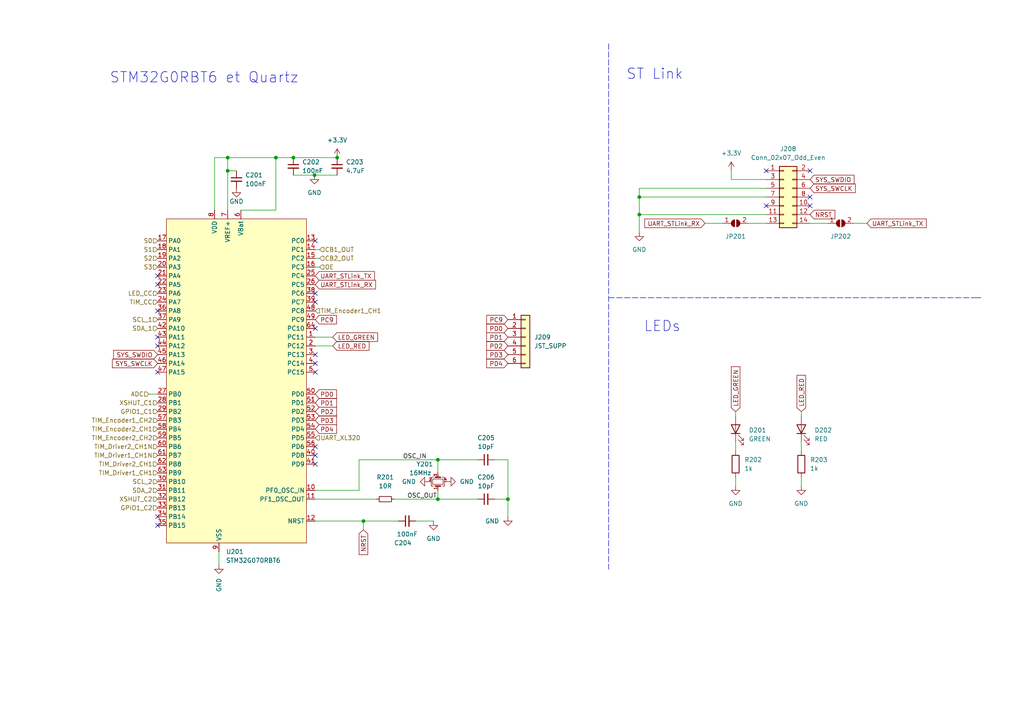
<source format=kicad_sch>
(kicad_sch (version 20211123) (generator eeschema)

  (uuid 7b79ebca-6891-4aee-baf8-57cd00b2a0ed)

  (paper "A4")

  (title_block
    (title "Schéma projet Robot")
    (date "2022-10-04")
    (rev "Version 1.1")
    (comment 1 "Chelsea COMLAN")
    (comment 2 "Alix HAVRET")
    (comment 3 "Loïcia KOEHL")
    (comment 4 "Quentin SIMON")
  )

  (lib_symbols
    (symbol "Connector_Generic:Conn_01x06" (pin_names (offset 1.016) hide) (in_bom yes) (on_board yes)
      (property "Reference" "J" (id 0) (at 0 7.62 0)
        (effects (font (size 1.27 1.27)))
      )
      (property "Value" "Conn_01x06" (id 1) (at 0 -10.16 0)
        (effects (font (size 1.27 1.27)))
      )
      (property "Footprint" "" (id 2) (at 0 0 0)
        (effects (font (size 1.27 1.27)) hide)
      )
      (property "Datasheet" "~" (id 3) (at 0 0 0)
        (effects (font (size 1.27 1.27)) hide)
      )
      (property "ki_keywords" "connector" (id 4) (at 0 0 0)
        (effects (font (size 1.27 1.27)) hide)
      )
      (property "ki_description" "Generic connector, single row, 01x06, script generated (kicad-library-utils/schlib/autogen/connector/)" (id 5) (at 0 0 0)
        (effects (font (size 1.27 1.27)) hide)
      )
      (property "ki_fp_filters" "Connector*:*_1x??_*" (id 6) (at 0 0 0)
        (effects (font (size 1.27 1.27)) hide)
      )
      (symbol "Conn_01x06_1_1"
        (rectangle (start -1.27 -7.493) (end 0 -7.747)
          (stroke (width 0.1524) (type default) (color 0 0 0 0))
          (fill (type none))
        )
        (rectangle (start -1.27 -4.953) (end 0 -5.207)
          (stroke (width 0.1524) (type default) (color 0 0 0 0))
          (fill (type none))
        )
        (rectangle (start -1.27 -2.413) (end 0 -2.667)
          (stroke (width 0.1524) (type default) (color 0 0 0 0))
          (fill (type none))
        )
        (rectangle (start -1.27 0.127) (end 0 -0.127)
          (stroke (width 0.1524) (type default) (color 0 0 0 0))
          (fill (type none))
        )
        (rectangle (start -1.27 2.667) (end 0 2.413)
          (stroke (width 0.1524) (type default) (color 0 0 0 0))
          (fill (type none))
        )
        (rectangle (start -1.27 5.207) (end 0 4.953)
          (stroke (width 0.1524) (type default) (color 0 0 0 0))
          (fill (type none))
        )
        (rectangle (start -1.27 6.35) (end 1.27 -8.89)
          (stroke (width 0.254) (type default) (color 0 0 0 0))
          (fill (type background))
        )
        (pin passive line (at -5.08 5.08 0) (length 3.81)
          (name "Pin_1" (effects (font (size 1.27 1.27))))
          (number "1" (effects (font (size 1.27 1.27))))
        )
        (pin passive line (at -5.08 2.54 0) (length 3.81)
          (name "Pin_2" (effects (font (size 1.27 1.27))))
          (number "2" (effects (font (size 1.27 1.27))))
        )
        (pin passive line (at -5.08 0 0) (length 3.81)
          (name "Pin_3" (effects (font (size 1.27 1.27))))
          (number "3" (effects (font (size 1.27 1.27))))
        )
        (pin passive line (at -5.08 -2.54 0) (length 3.81)
          (name "Pin_4" (effects (font (size 1.27 1.27))))
          (number "4" (effects (font (size 1.27 1.27))))
        )
        (pin passive line (at -5.08 -5.08 0) (length 3.81)
          (name "Pin_5" (effects (font (size 1.27 1.27))))
          (number "5" (effects (font (size 1.27 1.27))))
        )
        (pin passive line (at -5.08 -7.62 0) (length 3.81)
          (name "Pin_6" (effects (font (size 1.27 1.27))))
          (number "6" (effects (font (size 1.27 1.27))))
        )
      )
    )
    (symbol "Connector_Generic:Conn_02x07_Odd_Even" (pin_names (offset 1.016) hide) (in_bom yes) (on_board yes)
      (property "Reference" "J" (id 0) (at 1.27 10.16 0)
        (effects (font (size 1.27 1.27)))
      )
      (property "Value" "Conn_02x07_Odd_Even" (id 1) (at 1.27 -10.16 0)
        (effects (font (size 1.27 1.27)))
      )
      (property "Footprint" "" (id 2) (at 0 0 0)
        (effects (font (size 1.27 1.27)) hide)
      )
      (property "Datasheet" "~" (id 3) (at 0 0 0)
        (effects (font (size 1.27 1.27)) hide)
      )
      (property "ki_keywords" "connector" (id 4) (at 0 0 0)
        (effects (font (size 1.27 1.27)) hide)
      )
      (property "ki_description" "Generic connector, double row, 02x07, odd/even pin numbering scheme (row 1 odd numbers, row 2 even numbers), script generated (kicad-library-utils/schlib/autogen/connector/)" (id 5) (at 0 0 0)
        (effects (font (size 1.27 1.27)) hide)
      )
      (property "ki_fp_filters" "Connector*:*_2x??_*" (id 6) (at 0 0 0)
        (effects (font (size 1.27 1.27)) hide)
      )
      (symbol "Conn_02x07_Odd_Even_1_1"
        (rectangle (start -1.27 -7.493) (end 0 -7.747)
          (stroke (width 0.1524) (type default) (color 0 0 0 0))
          (fill (type none))
        )
        (rectangle (start -1.27 -4.953) (end 0 -5.207)
          (stroke (width 0.1524) (type default) (color 0 0 0 0))
          (fill (type none))
        )
        (rectangle (start -1.27 -2.413) (end 0 -2.667)
          (stroke (width 0.1524) (type default) (color 0 0 0 0))
          (fill (type none))
        )
        (rectangle (start -1.27 0.127) (end 0 -0.127)
          (stroke (width 0.1524) (type default) (color 0 0 0 0))
          (fill (type none))
        )
        (rectangle (start -1.27 2.667) (end 0 2.413)
          (stroke (width 0.1524) (type default) (color 0 0 0 0))
          (fill (type none))
        )
        (rectangle (start -1.27 5.207) (end 0 4.953)
          (stroke (width 0.1524) (type default) (color 0 0 0 0))
          (fill (type none))
        )
        (rectangle (start -1.27 7.747) (end 0 7.493)
          (stroke (width 0.1524) (type default) (color 0 0 0 0))
          (fill (type none))
        )
        (rectangle (start -1.27 8.89) (end 3.81 -8.89)
          (stroke (width 0.254) (type default) (color 0 0 0 0))
          (fill (type background))
        )
        (rectangle (start 3.81 -7.493) (end 2.54 -7.747)
          (stroke (width 0.1524) (type default) (color 0 0 0 0))
          (fill (type none))
        )
        (rectangle (start 3.81 -4.953) (end 2.54 -5.207)
          (stroke (width 0.1524) (type default) (color 0 0 0 0))
          (fill (type none))
        )
        (rectangle (start 3.81 -2.413) (end 2.54 -2.667)
          (stroke (width 0.1524) (type default) (color 0 0 0 0))
          (fill (type none))
        )
        (rectangle (start 3.81 0.127) (end 2.54 -0.127)
          (stroke (width 0.1524) (type default) (color 0 0 0 0))
          (fill (type none))
        )
        (rectangle (start 3.81 2.667) (end 2.54 2.413)
          (stroke (width 0.1524) (type default) (color 0 0 0 0))
          (fill (type none))
        )
        (rectangle (start 3.81 5.207) (end 2.54 4.953)
          (stroke (width 0.1524) (type default) (color 0 0 0 0))
          (fill (type none))
        )
        (rectangle (start 3.81 7.747) (end 2.54 7.493)
          (stroke (width 0.1524) (type default) (color 0 0 0 0))
          (fill (type none))
        )
        (pin passive line (at -5.08 7.62 0) (length 3.81)
          (name "Pin_1" (effects (font (size 1.27 1.27))))
          (number "1" (effects (font (size 1.27 1.27))))
        )
        (pin passive line (at 7.62 -2.54 180) (length 3.81)
          (name "Pin_10" (effects (font (size 1.27 1.27))))
          (number "10" (effects (font (size 1.27 1.27))))
        )
        (pin passive line (at -5.08 -5.08 0) (length 3.81)
          (name "Pin_11" (effects (font (size 1.27 1.27))))
          (number "11" (effects (font (size 1.27 1.27))))
        )
        (pin passive line (at 7.62 -5.08 180) (length 3.81)
          (name "Pin_12" (effects (font (size 1.27 1.27))))
          (number "12" (effects (font (size 1.27 1.27))))
        )
        (pin passive line (at -5.08 -7.62 0) (length 3.81)
          (name "Pin_13" (effects (font (size 1.27 1.27))))
          (number "13" (effects (font (size 1.27 1.27))))
        )
        (pin passive line (at 7.62 -7.62 180) (length 3.81)
          (name "Pin_14" (effects (font (size 1.27 1.27))))
          (number "14" (effects (font (size 1.27 1.27))))
        )
        (pin passive line (at 7.62 7.62 180) (length 3.81)
          (name "Pin_2" (effects (font (size 1.27 1.27))))
          (number "2" (effects (font (size 1.27 1.27))))
        )
        (pin passive line (at -5.08 5.08 0) (length 3.81)
          (name "Pin_3" (effects (font (size 1.27 1.27))))
          (number "3" (effects (font (size 1.27 1.27))))
        )
        (pin passive line (at 7.62 5.08 180) (length 3.81)
          (name "Pin_4" (effects (font (size 1.27 1.27))))
          (number "4" (effects (font (size 1.27 1.27))))
        )
        (pin passive line (at -5.08 2.54 0) (length 3.81)
          (name "Pin_5" (effects (font (size 1.27 1.27))))
          (number "5" (effects (font (size 1.27 1.27))))
        )
        (pin passive line (at 7.62 2.54 180) (length 3.81)
          (name "Pin_6" (effects (font (size 1.27 1.27))))
          (number "6" (effects (font (size 1.27 1.27))))
        )
        (pin passive line (at -5.08 0 0) (length 3.81)
          (name "Pin_7" (effects (font (size 1.27 1.27))))
          (number "7" (effects (font (size 1.27 1.27))))
        )
        (pin passive line (at 7.62 0 180) (length 3.81)
          (name "Pin_8" (effects (font (size 1.27 1.27))))
          (number "8" (effects (font (size 1.27 1.27))))
        )
        (pin passive line (at -5.08 -2.54 0) (length 3.81)
          (name "Pin_9" (effects (font (size 1.27 1.27))))
          (number "9" (effects (font (size 1.27 1.27))))
        )
      )
    )
    (symbol "Device:C_Small" (pin_numbers hide) (pin_names (offset 0.254) hide) (in_bom yes) (on_board yes)
      (property "Reference" "C" (id 0) (at 0.254 1.778 0)
        (effects (font (size 1.27 1.27)) (justify left))
      )
      (property "Value" "C_Small" (id 1) (at 0.254 -2.032 0)
        (effects (font (size 1.27 1.27)) (justify left))
      )
      (property "Footprint" "" (id 2) (at 0 0 0)
        (effects (font (size 1.27 1.27)) hide)
      )
      (property "Datasheet" "~" (id 3) (at 0 0 0)
        (effects (font (size 1.27 1.27)) hide)
      )
      (property "ki_keywords" "capacitor cap" (id 4) (at 0 0 0)
        (effects (font (size 1.27 1.27)) hide)
      )
      (property "ki_description" "Unpolarized capacitor, small symbol" (id 5) (at 0 0 0)
        (effects (font (size 1.27 1.27)) hide)
      )
      (property "ki_fp_filters" "C_*" (id 6) (at 0 0 0)
        (effects (font (size 1.27 1.27)) hide)
      )
      (symbol "C_Small_0_1"
        (polyline
          (pts
            (xy -1.524 -0.508)
            (xy 1.524 -0.508)
          )
          (stroke (width 0.3302) (type default) (color 0 0 0 0))
          (fill (type none))
        )
        (polyline
          (pts
            (xy -1.524 0.508)
            (xy 1.524 0.508)
          )
          (stroke (width 0.3048) (type default) (color 0 0 0 0))
          (fill (type none))
        )
      )
      (symbol "C_Small_1_1"
        (pin passive line (at 0 2.54 270) (length 2.032)
          (name "~" (effects (font (size 1.27 1.27))))
          (number "1" (effects (font (size 1.27 1.27))))
        )
        (pin passive line (at 0 -2.54 90) (length 2.032)
          (name "~" (effects (font (size 1.27 1.27))))
          (number "2" (effects (font (size 1.27 1.27))))
        )
      )
    )
    (symbol "Device:Crystal_GND24_Small" (pin_names (offset 1.016) hide) (in_bom yes) (on_board yes)
      (property "Reference" "Y" (id 0) (at 1.27 4.445 0)
        (effects (font (size 1.27 1.27)) (justify left))
      )
      (property "Value" "Crystal_GND24_Small" (id 1) (at 1.27 2.54 0)
        (effects (font (size 1.27 1.27)) (justify left))
      )
      (property "Footprint" "" (id 2) (at 0 0 0)
        (effects (font (size 1.27 1.27)) hide)
      )
      (property "Datasheet" "~" (id 3) (at 0 0 0)
        (effects (font (size 1.27 1.27)) hide)
      )
      (property "ki_keywords" "quartz ceramic resonator oscillator" (id 4) (at 0 0 0)
        (effects (font (size 1.27 1.27)) hide)
      )
      (property "ki_description" "Four pin crystal, GND on pins 2 and 4, small symbol" (id 5) (at 0 0 0)
        (effects (font (size 1.27 1.27)) hide)
      )
      (property "ki_fp_filters" "Crystal*" (id 6) (at 0 0 0)
        (effects (font (size 1.27 1.27)) hide)
      )
      (symbol "Crystal_GND24_Small_0_1"
        (rectangle (start -0.762 -1.524) (end 0.762 1.524)
          (stroke (width 0) (type default) (color 0 0 0 0))
          (fill (type none))
        )
        (polyline
          (pts
            (xy -1.27 -0.762)
            (xy -1.27 0.762)
          )
          (stroke (width 0.381) (type default) (color 0 0 0 0))
          (fill (type none))
        )
        (polyline
          (pts
            (xy 1.27 -0.762)
            (xy 1.27 0.762)
          )
          (stroke (width 0.381) (type default) (color 0 0 0 0))
          (fill (type none))
        )
        (polyline
          (pts
            (xy -1.27 -1.27)
            (xy -1.27 -1.905)
            (xy 1.27 -1.905)
            (xy 1.27 -1.27)
          )
          (stroke (width 0) (type default) (color 0 0 0 0))
          (fill (type none))
        )
        (polyline
          (pts
            (xy -1.27 1.27)
            (xy -1.27 1.905)
            (xy 1.27 1.905)
            (xy 1.27 1.27)
          )
          (stroke (width 0) (type default) (color 0 0 0 0))
          (fill (type none))
        )
      )
      (symbol "Crystal_GND24_Small_1_1"
        (pin passive line (at -2.54 0 0) (length 1.27)
          (name "1" (effects (font (size 1.27 1.27))))
          (number "1" (effects (font (size 0.762 0.762))))
        )
        (pin passive line (at 0 -2.54 90) (length 0.635)
          (name "2" (effects (font (size 1.27 1.27))))
          (number "2" (effects (font (size 0.762 0.762))))
        )
        (pin passive line (at 2.54 0 180) (length 1.27)
          (name "3" (effects (font (size 1.27 1.27))))
          (number "3" (effects (font (size 0.762 0.762))))
        )
        (pin passive line (at 0 2.54 270) (length 0.635)
          (name "4" (effects (font (size 1.27 1.27))))
          (number "4" (effects (font (size 0.762 0.762))))
        )
      )
    )
    (symbol "Device:LED" (pin_numbers hide) (pin_names (offset 1.016) hide) (in_bom yes) (on_board yes)
      (property "Reference" "D" (id 0) (at 0 2.54 0)
        (effects (font (size 1.27 1.27)))
      )
      (property "Value" "LED" (id 1) (at 0 -2.54 0)
        (effects (font (size 1.27 1.27)))
      )
      (property "Footprint" "" (id 2) (at 0 0 0)
        (effects (font (size 1.27 1.27)) hide)
      )
      (property "Datasheet" "~" (id 3) (at 0 0 0)
        (effects (font (size 1.27 1.27)) hide)
      )
      (property "ki_keywords" "LED diode" (id 4) (at 0 0 0)
        (effects (font (size 1.27 1.27)) hide)
      )
      (property "ki_description" "Light emitting diode" (id 5) (at 0 0 0)
        (effects (font (size 1.27 1.27)) hide)
      )
      (property "ki_fp_filters" "LED* LED_SMD:* LED_THT:*" (id 6) (at 0 0 0)
        (effects (font (size 1.27 1.27)) hide)
      )
      (symbol "LED_0_1"
        (polyline
          (pts
            (xy -1.27 -1.27)
            (xy -1.27 1.27)
          )
          (stroke (width 0.254) (type default) (color 0 0 0 0))
          (fill (type none))
        )
        (polyline
          (pts
            (xy -1.27 0)
            (xy 1.27 0)
          )
          (stroke (width 0) (type default) (color 0 0 0 0))
          (fill (type none))
        )
        (polyline
          (pts
            (xy 1.27 -1.27)
            (xy 1.27 1.27)
            (xy -1.27 0)
            (xy 1.27 -1.27)
          )
          (stroke (width 0.254) (type default) (color 0 0 0 0))
          (fill (type none))
        )
        (polyline
          (pts
            (xy -3.048 -0.762)
            (xy -4.572 -2.286)
            (xy -3.81 -2.286)
            (xy -4.572 -2.286)
            (xy -4.572 -1.524)
          )
          (stroke (width 0) (type default) (color 0 0 0 0))
          (fill (type none))
        )
        (polyline
          (pts
            (xy -1.778 -0.762)
            (xy -3.302 -2.286)
            (xy -2.54 -2.286)
            (xy -3.302 -2.286)
            (xy -3.302 -1.524)
          )
          (stroke (width 0) (type default) (color 0 0 0 0))
          (fill (type none))
        )
      )
      (symbol "LED_1_1"
        (pin passive line (at -3.81 0 0) (length 2.54)
          (name "K" (effects (font (size 1.27 1.27))))
          (number "1" (effects (font (size 1.27 1.27))))
        )
        (pin passive line (at 3.81 0 180) (length 2.54)
          (name "A" (effects (font (size 1.27 1.27))))
          (number "2" (effects (font (size 1.27 1.27))))
        )
      )
    )
    (symbol "Device:R" (pin_numbers hide) (pin_names (offset 0)) (in_bom yes) (on_board yes)
      (property "Reference" "R" (id 0) (at 2.032 0 90)
        (effects (font (size 1.27 1.27)))
      )
      (property "Value" "R" (id 1) (at 0 0 90)
        (effects (font (size 1.27 1.27)))
      )
      (property "Footprint" "" (id 2) (at -1.778 0 90)
        (effects (font (size 1.27 1.27)) hide)
      )
      (property "Datasheet" "~" (id 3) (at 0 0 0)
        (effects (font (size 1.27 1.27)) hide)
      )
      (property "ki_keywords" "R res resistor" (id 4) (at 0 0 0)
        (effects (font (size 1.27 1.27)) hide)
      )
      (property "ki_description" "Resistor" (id 5) (at 0 0 0)
        (effects (font (size 1.27 1.27)) hide)
      )
      (property "ki_fp_filters" "R_*" (id 6) (at 0 0 0)
        (effects (font (size 1.27 1.27)) hide)
      )
      (symbol "R_0_1"
        (rectangle (start -1.016 -2.54) (end 1.016 2.54)
          (stroke (width 0.254) (type default) (color 0 0 0 0))
          (fill (type none))
        )
      )
      (symbol "R_1_1"
        (pin passive line (at 0 3.81 270) (length 1.27)
          (name "~" (effects (font (size 1.27 1.27))))
          (number "1" (effects (font (size 1.27 1.27))))
        )
        (pin passive line (at 0 -3.81 90) (length 1.27)
          (name "~" (effects (font (size 1.27 1.27))))
          (number "2" (effects (font (size 1.27 1.27))))
        )
      )
    )
    (symbol "Device:R_Small" (pin_numbers hide) (pin_names (offset 0.254) hide) (in_bom yes) (on_board yes)
      (property "Reference" "R" (id 0) (at 0.762 0.508 0)
        (effects (font (size 1.27 1.27)) (justify left))
      )
      (property "Value" "R_Small" (id 1) (at 0.762 -1.016 0)
        (effects (font (size 1.27 1.27)) (justify left))
      )
      (property "Footprint" "" (id 2) (at 0 0 0)
        (effects (font (size 1.27 1.27)) hide)
      )
      (property "Datasheet" "~" (id 3) (at 0 0 0)
        (effects (font (size 1.27 1.27)) hide)
      )
      (property "ki_keywords" "R resistor" (id 4) (at 0 0 0)
        (effects (font (size 1.27 1.27)) hide)
      )
      (property "ki_description" "Resistor, small symbol" (id 5) (at 0 0 0)
        (effects (font (size 1.27 1.27)) hide)
      )
      (property "ki_fp_filters" "R_*" (id 6) (at 0 0 0)
        (effects (font (size 1.27 1.27)) hide)
      )
      (symbol "R_Small_0_1"
        (rectangle (start -0.762 1.778) (end 0.762 -1.778)
          (stroke (width 0.2032) (type default) (color 0 0 0 0))
          (fill (type none))
        )
      )
      (symbol "R_Small_1_1"
        (pin passive line (at 0 2.54 270) (length 0.762)
          (name "~" (effects (font (size 1.27 1.27))))
          (number "1" (effects (font (size 1.27 1.27))))
        )
        (pin passive line (at 0 -2.54 90) (length 0.762)
          (name "~" (effects (font (size 1.27 1.27))))
          (number "2" (effects (font (size 1.27 1.27))))
        )
      )
    )
    (symbol "Jumper:SolderJumper_2_Open" (pin_names (offset 0) hide) (in_bom yes) (on_board yes)
      (property "Reference" "JP" (id 0) (at 0 2.032 0)
        (effects (font (size 1.27 1.27)))
      )
      (property "Value" "SolderJumper_2_Open" (id 1) (at 0 -2.54 0)
        (effects (font (size 1.27 1.27)))
      )
      (property "Footprint" "" (id 2) (at 0 0 0)
        (effects (font (size 1.27 1.27)) hide)
      )
      (property "Datasheet" "~" (id 3) (at 0 0 0)
        (effects (font (size 1.27 1.27)) hide)
      )
      (property "ki_keywords" "solder jumper SPST" (id 4) (at 0 0 0)
        (effects (font (size 1.27 1.27)) hide)
      )
      (property "ki_description" "Solder Jumper, 2-pole, open" (id 5) (at 0 0 0)
        (effects (font (size 1.27 1.27)) hide)
      )
      (property "ki_fp_filters" "SolderJumper*Open*" (id 6) (at 0 0 0)
        (effects (font (size 1.27 1.27)) hide)
      )
      (symbol "SolderJumper_2_Open_0_1"
        (arc (start -0.254 1.016) (mid -1.27 0) (end -0.254 -1.016)
          (stroke (width 0) (type default) (color 0 0 0 0))
          (fill (type none))
        )
        (arc (start -0.254 1.016) (mid -1.27 0) (end -0.254 -1.016)
          (stroke (width 0) (type default) (color 0 0 0 0))
          (fill (type outline))
        )
        (polyline
          (pts
            (xy -0.254 1.016)
            (xy -0.254 -1.016)
          )
          (stroke (width 0) (type default) (color 0 0 0 0))
          (fill (type none))
        )
        (polyline
          (pts
            (xy 0.254 1.016)
            (xy 0.254 -1.016)
          )
          (stroke (width 0) (type default) (color 0 0 0 0))
          (fill (type none))
        )
        (arc (start 0.254 -1.016) (mid 1.27 0) (end 0.254 1.016)
          (stroke (width 0) (type default) (color 0 0 0 0))
          (fill (type none))
        )
        (arc (start 0.254 -1.016) (mid 1.27 0) (end 0.254 1.016)
          (stroke (width 0) (type default) (color 0 0 0 0))
          (fill (type outline))
        )
      )
      (symbol "SolderJumper_2_Open_1_1"
        (pin passive line (at -3.81 0 0) (length 2.54)
          (name "A" (effects (font (size 1.27 1.27))))
          (number "1" (effects (font (size 1.27 1.27))))
        )
        (pin passive line (at 3.81 0 180) (length 2.54)
          (name "B" (effects (font (size 1.27 1.27))))
          (number "2" (effects (font (size 1.27 1.27))))
        )
      )
    )
    (symbol "STM32G070RBT6:STM32G070RBT6" (in_bom yes) (on_board yes)
      (property "Reference" "U" (id 0) (at -57.15 -24.13 0)
        (effects (font (size 1.27 1.27)))
      )
      (property "Value" "STM32G070RBT6" (id 1) (at -63.5 -21.59 0)
        (effects (font (size 1.27 1.27)))
      )
      (property "Footprint" "" (id 2) (at 0 0 0)
        (effects (font (size 1.27 1.27)) hide)
      )
      (property "Datasheet" "" (id 3) (at 0 0 0)
        (effects (font (size 1.27 1.27)) hide)
      )
      (symbol "STM32G070RBT6_0_1"
        (rectangle (start -100.33 -24.13) (end -59.69 -118.11)
          (stroke (width 0) (type default) (color 0 0 0 0))
          (fill (type background))
        )
      )
      (symbol "STM32G070RBT6_1_1"
        (pin bidirectional line (at -57.15 -58.42 180) (length 2.54)
          (name "PC11" (effects (font (size 1.27 1.27))))
          (number "1" (effects (font (size 1.27 1.27))))
        )
        (pin bidirectional line (at -57.15 -102.87 180) (length 2.54)
          (name "PF0_OSC_IN" (effects (font (size 1.27 1.27))))
          (number "10" (effects (font (size 1.27 1.27))))
        )
        (pin bidirectional line (at -57.15 -105.41 180) (length 2.54)
          (name "PF1_OSC_OUT" (effects (font (size 1.27 1.27))))
          (number "11" (effects (font (size 1.27 1.27))))
        )
        (pin power_in line (at -57.15 -111.76 180) (length 2.54)
          (name "NRST" (effects (font (size 1.27 1.27))))
          (number "12" (effects (font (size 1.27 1.27))))
        )
        (pin bidirectional line (at -57.15 -30.48 180) (length 2.54)
          (name "PC0" (effects (font (size 1.27 1.27))))
          (number "13" (effects (font (size 1.27 1.27))))
        )
        (pin bidirectional line (at -57.15 -33.02 180) (length 2.54)
          (name "PC1" (effects (font (size 1.27 1.27))))
          (number "14" (effects (font (size 1.27 1.27))))
        )
        (pin bidirectional line (at -57.15 -35.56 180) (length 2.54)
          (name "PC2" (effects (font (size 1.27 1.27))))
          (number "15" (effects (font (size 1.27 1.27))))
        )
        (pin bidirectional line (at -57.15 -38.1 180) (length 2.54)
          (name "PC3" (effects (font (size 1.27 1.27))))
          (number "16" (effects (font (size 1.27 1.27))))
        )
        (pin bidirectional line (at -102.87 -30.48 0) (length 2.54)
          (name "PA0" (effects (font (size 1.27 1.27))))
          (number "17" (effects (font (size 1.27 1.27))))
        )
        (pin bidirectional line (at -102.87 -33.02 0) (length 2.54)
          (name "PA1" (effects (font (size 1.27 1.27))))
          (number "18" (effects (font (size 1.27 1.27))))
        )
        (pin bidirectional line (at -102.87 -35.56 0) (length 2.54)
          (name "PA2" (effects (font (size 1.27 1.27))))
          (number "19" (effects (font (size 1.27 1.27))))
        )
        (pin bidirectional line (at -57.15 -60.96 180) (length 2.54)
          (name "PC12" (effects (font (size 1.27 1.27))))
          (number "2" (effects (font (size 1.27 1.27))))
        )
        (pin bidirectional line (at -102.87 -38.1 0) (length 2.54)
          (name "PA3" (effects (font (size 1.27 1.27))))
          (number "20" (effects (font (size 1.27 1.27))))
        )
        (pin bidirectional line (at -102.87 -40.64 0) (length 2.54)
          (name "PA4" (effects (font (size 1.27 1.27))))
          (number "21" (effects (font (size 1.27 1.27))))
        )
        (pin bidirectional line (at -102.87 -43.18 0) (length 2.54)
          (name "PA5" (effects (font (size 1.27 1.27))))
          (number "22" (effects (font (size 1.27 1.27))))
        )
        (pin bidirectional line (at -102.87 -45.72 0) (length 2.54)
          (name "PA6" (effects (font (size 1.27 1.27))))
          (number "23" (effects (font (size 1.27 1.27))))
        )
        (pin bidirectional line (at -102.87 -48.26 0) (length 2.54)
          (name "PA7" (effects (font (size 1.27 1.27))))
          (number "24" (effects (font (size 1.27 1.27))))
        )
        (pin bidirectional line (at -57.15 -40.64 180) (length 2.54)
          (name "PC4" (effects (font (size 1.27 1.27))))
          (number "25" (effects (font (size 1.27 1.27))))
        )
        (pin bidirectional line (at -57.15 -43.18 180) (length 2.54)
          (name "PC5" (effects (font (size 1.27 1.27))))
          (number "26" (effects (font (size 1.27 1.27))))
        )
        (pin bidirectional line (at -102.87 -74.93 0) (length 2.54)
          (name "PB0" (effects (font (size 1.27 1.27))))
          (number "27" (effects (font (size 1.27 1.27))))
        )
        (pin bidirectional line (at -102.87 -77.47 0) (length 2.54)
          (name "PB1" (effects (font (size 1.27 1.27))))
          (number "28" (effects (font (size 1.27 1.27))))
        )
        (pin bidirectional line (at -102.87 -80.01 0) (length 2.54)
          (name "PB2" (effects (font (size 1.27 1.27))))
          (number "29" (effects (font (size 1.27 1.27))))
        )
        (pin bidirectional line (at -57.15 -63.5 180) (length 2.54)
          (name "PC13" (effects (font (size 1.27 1.27))))
          (number "3" (effects (font (size 1.27 1.27))))
        )
        (pin bidirectional line (at -102.87 -100.33 0) (length 2.54)
          (name "PB10" (effects (font (size 1.27 1.27))))
          (number "30" (effects (font (size 1.27 1.27))))
        )
        (pin bidirectional line (at -102.87 -102.87 0) (length 2.54)
          (name "PB11" (effects (font (size 1.27 1.27))))
          (number "31" (effects (font (size 1.27 1.27))))
        )
        (pin bidirectional line (at -102.87 -105.41 0) (length 2.54)
          (name "PB12" (effects (font (size 1.27 1.27))))
          (number "32" (effects (font (size 1.27 1.27))))
        )
        (pin bidirectional line (at -102.87 -107.95 0) (length 2.54)
          (name "PB13" (effects (font (size 1.27 1.27))))
          (number "33" (effects (font (size 1.27 1.27))))
        )
        (pin bidirectional line (at -102.87 -110.49 0) (length 2.54)
          (name "PB14" (effects (font (size 1.27 1.27))))
          (number "34" (effects (font (size 1.27 1.27))))
        )
        (pin bidirectional line (at -102.87 -113.03 0) (length 2.54)
          (name "PB15" (effects (font (size 1.27 1.27))))
          (number "35" (effects (font (size 1.27 1.27))))
        )
        (pin bidirectional line (at -102.87 -50.8 0) (length 2.54)
          (name "PA8" (effects (font (size 1.27 1.27))))
          (number "36" (effects (font (size 1.27 1.27))))
        )
        (pin bidirectional line (at -102.87 -53.34 0) (length 2.54)
          (name "PA9" (effects (font (size 1.27 1.27))))
          (number "37" (effects (font (size 1.27 1.27))))
        )
        (pin bidirectional line (at -57.15 -45.72 180) (length 2.54)
          (name "PC6" (effects (font (size 1.27 1.27))))
          (number "38" (effects (font (size 1.27 1.27))))
        )
        (pin bidirectional line (at -57.15 -48.26 180) (length 2.54)
          (name "PC7" (effects (font (size 1.27 1.27))))
          (number "39" (effects (font (size 1.27 1.27))))
        )
        (pin bidirectional line (at -57.15 -66.04 180) (length 2.54)
          (name "PC14" (effects (font (size 1.27 1.27))))
          (number "4" (effects (font (size 1.27 1.27))))
        )
        (pin bidirectional line (at -57.15 -92.71 180) (length 2.54)
          (name "PD8" (effects (font (size 1.27 1.27))))
          (number "40" (effects (font (size 1.27 1.27))))
        )
        (pin bidirectional line (at -57.15 -95.25 180) (length 2.54)
          (name "PD9" (effects (font (size 1.27 1.27))))
          (number "41" (effects (font (size 1.27 1.27))))
        )
        (pin bidirectional line (at -102.87 -55.88 0) (length 2.54)
          (name "PA10" (effects (font (size 1.27 1.27))))
          (number "42" (effects (font (size 1.27 1.27))))
        )
        (pin bidirectional line (at -102.87 -58.42 0) (length 2.54)
          (name "PA11" (effects (font (size 1.27 1.27))))
          (number "43" (effects (font (size 1.27 1.27))))
        )
        (pin bidirectional line (at -102.87 -60.96 0) (length 2.54)
          (name "PA12" (effects (font (size 1.27 1.27))))
          (number "44" (effects (font (size 1.27 1.27))))
        )
        (pin bidirectional line (at -102.87 -63.5 0) (length 2.54)
          (name "PA13" (effects (font (size 1.27 1.27))))
          (number "45" (effects (font (size 1.27 1.27))))
        )
        (pin bidirectional line (at -102.87 -66.04 0) (length 2.54)
          (name "PA14" (effects (font (size 1.27 1.27))))
          (number "46" (effects (font (size 1.27 1.27))))
        )
        (pin bidirectional line (at -102.87 -68.58 0) (length 2.54)
          (name "PA15" (effects (font (size 1.27 1.27))))
          (number "47" (effects (font (size 1.27 1.27))))
        )
        (pin bidirectional line (at -57.15 -50.8 180) (length 2.54)
          (name "PC8" (effects (font (size 1.27 1.27))))
          (number "48" (effects (font (size 1.27 1.27))))
        )
        (pin bidirectional line (at -57.15 -53.34 180) (length 2.54)
          (name "PC9" (effects (font (size 1.27 1.27))))
          (number "49" (effects (font (size 1.27 1.27))))
        )
        (pin bidirectional line (at -57.15 -68.58 180) (length 2.54)
          (name "PC15" (effects (font (size 1.27 1.27))))
          (number "5" (effects (font (size 1.27 1.27))))
        )
        (pin bidirectional line (at -57.15 -74.93 180) (length 2.54)
          (name "PD0" (effects (font (size 1.27 1.27))))
          (number "50" (effects (font (size 1.27 1.27))))
        )
        (pin bidirectional line (at -57.15 -77.47 180) (length 2.54)
          (name "PD1" (effects (font (size 1.27 1.27))))
          (number "51" (effects (font (size 1.27 1.27))))
        )
        (pin bidirectional line (at -57.15 -80.01 180) (length 2.54)
          (name "PD2" (effects (font (size 1.27 1.27))))
          (number "52" (effects (font (size 1.27 1.27))))
        )
        (pin bidirectional line (at -57.15 -82.55 180) (length 2.54)
          (name "PD3" (effects (font (size 1.27 1.27))))
          (number "53" (effects (font (size 1.27 1.27))))
        )
        (pin bidirectional line (at -57.15 -85.09 180) (length 2.54)
          (name "PD4" (effects (font (size 1.27 1.27))))
          (number "54" (effects (font (size 1.27 1.27))))
        )
        (pin bidirectional line (at -57.15 -87.63 180) (length 2.54)
          (name "PD5" (effects (font (size 1.27 1.27))))
          (number "55" (effects (font (size 1.27 1.27))))
        )
        (pin bidirectional line (at -57.15 -90.17 180) (length 2.54)
          (name "PD6" (effects (font (size 1.27 1.27))))
          (number "56" (effects (font (size 1.27 1.27))))
        )
        (pin bidirectional line (at -102.87 -82.55 0) (length 2.54)
          (name "PB3" (effects (font (size 1.27 1.27))))
          (number "57" (effects (font (size 1.27 1.27))))
        )
        (pin bidirectional line (at -102.87 -85.09 0) (length 2.54)
          (name "PB4" (effects (font (size 1.27 1.27))))
          (number "58" (effects (font (size 1.27 1.27))))
        )
        (pin bidirectional line (at -102.87 -87.63 0) (length 2.54)
          (name "PB5" (effects (font (size 1.27 1.27))))
          (number "59" (effects (font (size 1.27 1.27))))
        )
        (pin power_in line (at -78.74 -21.59 270) (length 2.54)
          (name "VBat" (effects (font (size 1.27 1.27))))
          (number "6" (effects (font (size 1.27 1.27))))
        )
        (pin bidirectional line (at -102.87 -90.17 0) (length 2.54)
          (name "PB6" (effects (font (size 1.27 1.27))))
          (number "60" (effects (font (size 1.27 1.27))))
        )
        (pin bidirectional line (at -102.87 -92.71 0) (length 2.54)
          (name "PB7" (effects (font (size 1.27 1.27))))
          (number "61" (effects (font (size 1.27 1.27))))
        )
        (pin bidirectional line (at -102.87 -95.25 0) (length 2.54)
          (name "PB8" (effects (font (size 1.27 1.27))))
          (number "62" (effects (font (size 1.27 1.27))))
        )
        (pin bidirectional line (at -102.87 -97.79 0) (length 2.54)
          (name "PB9" (effects (font (size 1.27 1.27))))
          (number "63" (effects (font (size 1.27 1.27))))
        )
        (pin bidirectional line (at -57.15 -55.88 180) (length 2.54)
          (name "PC10" (effects (font (size 1.27 1.27))))
          (number "64" (effects (font (size 1.27 1.27))))
        )
        (pin power_in line (at -82.55 -21.59 270) (length 2.54)
          (name "VREF+" (effects (font (size 1.27 1.27))))
          (number "7" (effects (font (size 1.27 1.27))))
        )
        (pin power_in line (at -86.36 -21.59 270) (length 2.54)
          (name "VDD" (effects (font (size 1.27 1.27))))
          (number "8" (effects (font (size 1.27 1.27))))
        )
        (pin power_in line (at -85.09 -120.65 90) (length 2.54)
          (name "VSS" (effects (font (size 1.27 1.27))))
          (number "9" (effects (font (size 1.27 1.27))))
        )
      )
    )
    (symbol "power:+3.3V" (power) (pin_names (offset 0)) (in_bom yes) (on_board yes)
      (property "Reference" "#PWR" (id 0) (at 0 -3.81 0)
        (effects (font (size 1.27 1.27)) hide)
      )
      (property "Value" "+3.3V" (id 1) (at 0 3.556 0)
        (effects (font (size 1.27 1.27)))
      )
      (property "Footprint" "" (id 2) (at 0 0 0)
        (effects (font (size 1.27 1.27)) hide)
      )
      (property "Datasheet" "" (id 3) (at 0 0 0)
        (effects (font (size 1.27 1.27)) hide)
      )
      (property "ki_keywords" "power-flag" (id 4) (at 0 0 0)
        (effects (font (size 1.27 1.27)) hide)
      )
      (property "ki_description" "Power symbol creates a global label with name \"+3.3V\"" (id 5) (at 0 0 0)
        (effects (font (size 1.27 1.27)) hide)
      )
      (symbol "+3.3V_0_1"
        (polyline
          (pts
            (xy -0.762 1.27)
            (xy 0 2.54)
          )
          (stroke (width 0) (type default) (color 0 0 0 0))
          (fill (type none))
        )
        (polyline
          (pts
            (xy 0 0)
            (xy 0 2.54)
          )
          (stroke (width 0) (type default) (color 0 0 0 0))
          (fill (type none))
        )
        (polyline
          (pts
            (xy 0 2.54)
            (xy 0.762 1.27)
          )
          (stroke (width 0) (type default) (color 0 0 0 0))
          (fill (type none))
        )
      )
      (symbol "+3.3V_1_1"
        (pin power_in line (at 0 0 90) (length 0) hide
          (name "+3.3V" (effects (font (size 1.27 1.27))))
          (number "1" (effects (font (size 1.27 1.27))))
        )
      )
    )
    (symbol "power:GND" (power) (pin_names (offset 0)) (in_bom yes) (on_board yes)
      (property "Reference" "#PWR" (id 0) (at 0 -6.35 0)
        (effects (font (size 1.27 1.27)) hide)
      )
      (property "Value" "GND" (id 1) (at 0 -3.81 0)
        (effects (font (size 1.27 1.27)))
      )
      (property "Footprint" "" (id 2) (at 0 0 0)
        (effects (font (size 1.27 1.27)) hide)
      )
      (property "Datasheet" "" (id 3) (at 0 0 0)
        (effects (font (size 1.27 1.27)) hide)
      )
      (property "ki_keywords" "power-flag" (id 4) (at 0 0 0)
        (effects (font (size 1.27 1.27)) hide)
      )
      (property "ki_description" "Power symbol creates a global label with name \"GND\" , ground" (id 5) (at 0 0 0)
        (effects (font (size 1.27 1.27)) hide)
      )
      (symbol "GND_0_1"
        (polyline
          (pts
            (xy 0 0)
            (xy 0 -1.27)
            (xy 1.27 -1.27)
            (xy 0 -2.54)
            (xy -1.27 -1.27)
            (xy 0 -1.27)
          )
          (stroke (width 0) (type default) (color 0 0 0 0))
          (fill (type none))
        )
      )
      (symbol "GND_1_1"
        (pin power_in line (at 0 0 270) (length 0) hide
          (name "GND" (effects (font (size 1.27 1.27))))
          (number "1" (effects (font (size 1.27 1.27))))
        )
      )
    )
  )

  (junction (at 66.04 45.72) (diameter 0) (color 0 0 0 0)
    (uuid 03e0405e-e6ae-4083-a1e3-4fc1f23623ab)
  )
  (junction (at 85.09 45.72) (diameter 0) (color 0 0 0 0)
    (uuid 086f4af2-095d-4451-9c9f-513f0fe6a517)
  )
  (junction (at 97.79 45.72) (diameter 0) (color 0 0 0 0)
    (uuid 15b61444-8e02-431a-8f3d-5efce78756df)
  )
  (junction (at 80.01 45.72) (diameter 0) (color 0 0 0 0)
    (uuid 44b6b8b4-b60d-4f26-a823-6877ddb35e26)
  )
  (junction (at 66.04 49.53) (diameter 0) (color 0 0 0 0)
    (uuid 5608d5c4-3a85-4359-bcb5-b78f14f9e782)
  )
  (junction (at 127 133.35) (diameter 0) (color 0 0 0 0)
    (uuid 70b2373a-2947-4e38-8853-ed60bc37f60d)
  )
  (junction (at 105.41 151.13) (diameter 0) (color 0 0 0 0)
    (uuid 90b7bb42-446d-45b5-a4b8-59dde903f2f4)
  )
  (junction (at 147.32 144.78) (diameter 0) (color 0 0 0 0)
    (uuid 9e352619-499c-4ad5-b12e-bf7c21f8447c)
  )
  (junction (at 185.42 57.15) (diameter 0) (color 0 0 0 0)
    (uuid 9e711145-0faa-4da4-972c-ec849925985d)
  )
  (junction (at 127 144.78) (diameter 0) (color 0 0 0 0)
    (uuid c49d7002-8f13-4b51-ad02-49258a91d0fb)
  )
  (junction (at 91.2142 50.8) (diameter 0) (color 0 0 0 0)
    (uuid ca46e790-a599-4914-aabe-3984904ab160)
  )
  (junction (at 185.42 62.23) (diameter 0) (color 0 0 0 0)
    (uuid ebbed830-6646-4919-b26a-c6fd3eb93922)
  )

  (no_connect (at 91.44 134.62) (uuid 171f83f9-7de5-4c21-b032-ac217ac04724))
  (no_connect (at 91.44 132.08) (uuid 171f83f9-7de5-4c21-b032-ac217ac04725))
  (no_connect (at 91.44 85.09) (uuid 171f83f9-7de5-4c21-b032-ac217ac04726))
  (no_connect (at 91.44 87.63) (uuid 171f83f9-7de5-4c21-b032-ac217ac04727))
  (no_connect (at 222.25 49.53) (uuid 2307e64a-12b1-4463-9064-184e60e0ce76))
  (no_connect (at 45.72 97.79) (uuid 2d10b977-f85f-4704-b8cd-b8323142b62f))
  (no_connect (at 91.44 129.54) (uuid 2dfc529e-29fe-48dd-a6d9-4212595a3b2e))
  (no_connect (at 91.44 107.95) (uuid 4dbb1eea-1334-4a8a-9026-c3bd1a728f54))
  (no_connect (at 45.72 82.55) (uuid 55647796-b5e2-4c63-a373-68c8b43d8c4d))
  (no_connect (at 234.95 49.53) (uuid 5b3b9f3b-fe92-46e0-8907-a42ae4506120))
  (no_connect (at 234.95 59.69) (uuid 5b3b9f3b-fe92-46e0-8907-a42ae4506121))
  (no_connect (at 45.72 90.17) (uuid 670bcb76-5a46-475e-a25e-f52e5093278c))
  (no_connect (at 91.44 95.25) (uuid 83ae50aa-4cb8-408c-b43d-4a889b0d799c))
  (no_connect (at 234.95 57.15) (uuid 8c22dfb8-3dec-4160-add5-bb9148ecb1d3))
  (no_connect (at 45.72 80.01) (uuid 8ca0b789-8dc3-4b2f-9dd0-ca15a6580cd8))
  (no_connect (at 91.44 102.87) (uuid 9ff31c41-5626-4d98-815d-8749fc82d542))
  (no_connect (at 91.44 105.41) (uuid 9ff31c41-5626-4d98-815d-8749fc82d543))
  (no_connect (at 91.44 69.85) (uuid a7493554-c52f-4da3-a709-4197509b5282))
  (no_connect (at 222.25 59.69) (uuid b7ee4f87-6e05-4321-a7d1-e0c707215e52))
  (no_connect (at 45.72 149.86) (uuid c4c47431-af7f-4098-89b1-2d347c0b3c70))
  (no_connect (at 45.72 152.4) (uuid ce3cc9f1-d5b7-4852-8152-16f70adce43e))
  (no_connect (at 45.72 100.33) (uuid ce3cf256-dfe0-4f9d-964d-fa3b6b846224))
  (no_connect (at 45.72 107.95) (uuid dd65edf3-229e-41e9-b80c-0351e7d1b64e))

  (wire (pts (xy 127 142.24) (xy 127 144.78))
    (stroke (width 0) (type default) (color 0 0 0 0))
    (uuid 00206f52-cc57-4401-ad5d-9b3fb97e3766)
  )
  (wire (pts (xy 138.43 133.35) (xy 127 133.35))
    (stroke (width 0) (type default) (color 0 0 0 0))
    (uuid 014ad901-8853-402c-a6e2-bd1ac1d58108)
  )
  (wire (pts (xy 92.71 74.93) (xy 91.44 74.93))
    (stroke (width 0) (type default) (color 0 0 0 0))
    (uuid 033b0e77-a20e-48b0-9c0c-a320ebee543c)
  )
  (wire (pts (xy 85.09 45.72) (xy 97.79 45.72))
    (stroke (width 0) (type default) (color 0 0 0 0))
    (uuid 0d740fd3-1d42-432d-a318-4a886461d2bc)
  )
  (wire (pts (xy 115.57 151.13) (xy 105.41 151.13))
    (stroke (width 0) (type default) (color 0 0 0 0))
    (uuid 0df79189-bcbd-4d7b-8f8f-1c9ba54cbe6a)
  )
  (wire (pts (xy 185.42 57.15) (xy 222.25 57.15))
    (stroke (width 0) (type default) (color 0 0 0 0))
    (uuid 13757d7b-6f1b-4a55-abf1-d3a52cea63d0)
  )
  (wire (pts (xy 147.32 133.35) (xy 143.51 133.35))
    (stroke (width 0) (type default) (color 0 0 0 0))
    (uuid 1d01f0c7-f0b6-4cd6-9612-4387e8018155)
  )
  (wire (pts (xy 66.04 49.53) (xy 66.04 60.96))
    (stroke (width 0) (type default) (color 0 0 0 0))
    (uuid 2379d842-4f2c-4ec6-b86b-4a9afdc68625)
  )
  (wire (pts (xy 63.5 163.83) (xy 63.5 160.02))
    (stroke (width 0) (type default) (color 0 0 0 0))
    (uuid 2761d6e1-4bbc-488a-ba7e-1b31ce33de50)
  )
  (wire (pts (xy 91.44 100.33) (xy 96.52 100.33))
    (stroke (width 0) (type default) (color 0 0 0 0))
    (uuid 2c8f1958-e327-4e4b-ab4f-33d72b41dff8)
  )
  (wire (pts (xy 185.42 67.31) (xy 185.42 62.23))
    (stroke (width 0) (type default) (color 0 0 0 0))
    (uuid 3fe8b9d3-7486-4fdb-b3c0-9b9b6ad98dea)
  )
  (wire (pts (xy 185.42 62.23) (xy 222.25 62.23))
    (stroke (width 0) (type default) (color 0 0 0 0))
    (uuid 41e2f1e8-afd3-4120-ab04-c1503cf6a694)
  )
  (wire (pts (xy 147.32 144.78) (xy 147.32 149.86))
    (stroke (width 0) (type default) (color 0 0 0 0))
    (uuid 4201db56-8ea9-45df-b6a5-c2b19f632ccd)
  )
  (wire (pts (xy 66.04 45.72) (xy 66.04 49.53))
    (stroke (width 0) (type default) (color 0 0 0 0))
    (uuid 423fa7fd-a68a-4d11-8950-b4a877057305)
  )
  (wire (pts (xy 185.42 62.23) (xy 185.42 57.15))
    (stroke (width 0) (type default) (color 0 0 0 0))
    (uuid 43ca9ed0-7366-4c50-b597-c2a0397d866b)
  )
  (wire (pts (xy 62.23 45.72) (xy 66.04 45.72))
    (stroke (width 0) (type default) (color 0 0 0 0))
    (uuid 466bfbf7-ad68-4dc1-997c-2d8a1efb0e9b)
  )
  (wire (pts (xy 43.18 114.3) (xy 45.72 114.3))
    (stroke (width 0) (type default) (color 0 0 0 0))
    (uuid 4bb48d18-6768-4cd5-b4fe-0e8488e15dec)
  )
  (wire (pts (xy 105.41 151.13) (xy 105.41 153.67))
    (stroke (width 0) (type default) (color 0 0 0 0))
    (uuid 4ee849e9-3455-4244-96db-9215caca1340)
  )
  (polyline (pts (xy 281.94 86.36) (xy 283.21 86.36))
    (stroke (width 0) (type default) (color 0 0 0 0))
    (uuid 628234c4-cff2-49d1-ae61-bf4c6671d55e)
  )

  (wire (pts (xy 204.47 64.77) (xy 209.55 64.77))
    (stroke (width 0) (type default) (color 0 0 0 0))
    (uuid 657b50a1-a5bd-4dee-bb41-108a55c9b3f3)
  )
  (wire (pts (xy 80.01 45.72) (xy 66.04 45.72))
    (stroke (width 0) (type default) (color 0 0 0 0))
    (uuid 674fbb41-4bf4-4c35-842c-632da4e8e519)
  )
  (wire (pts (xy 212.09 52.07) (xy 222.25 52.07))
    (stroke (width 0) (type default) (color 0 0 0 0))
    (uuid 7241150f-5fea-498d-990d-1bc06887bb87)
  )
  (wire (pts (xy 247.65 64.77) (xy 251.46 64.77))
    (stroke (width 0) (type default) (color 0 0 0 0))
    (uuid 768e090d-39dc-4a20-b58a-6b16f3e84bb1)
  )
  (wire (pts (xy 104.14 133.35) (xy 127 133.35))
    (stroke (width 0) (type default) (color 0 0 0 0))
    (uuid 7727512d-7af4-464c-9084-bccd41e8ec3d)
  )
  (wire (pts (xy 213.36 128.27) (xy 213.36 130.81))
    (stroke (width 0) (type default) (color 0 0 0 0))
    (uuid 7751a447-f511-4c2f-87c1-b615c75c3e74)
  )
  (wire (pts (xy 138.43 144.78) (xy 127 144.78))
    (stroke (width 0) (type default) (color 0 0 0 0))
    (uuid 8045976b-bc9a-4fab-9fd1-d0e71fb0cd8c)
  )
  (wire (pts (xy 120.65 151.13) (xy 125.73 151.13))
    (stroke (width 0) (type default) (color 0 0 0 0))
    (uuid 81fb02b6-2b08-4238-83f4-c888136b2cd5)
  )
  (wire (pts (xy 185.42 57.15) (xy 185.42 54.61))
    (stroke (width 0) (type default) (color 0 0 0 0))
    (uuid 860ba95f-d066-44b6-b282-e6f5d39fd6de)
  )
  (wire (pts (xy 127 133.35) (xy 127 137.16))
    (stroke (width 0) (type default) (color 0 0 0 0))
    (uuid 878d029d-40c5-484e-ad14-48d5d3a6a176)
  )
  (wire (pts (xy 232.41 138.43) (xy 232.41 140.97))
    (stroke (width 0) (type default) (color 0 0 0 0))
    (uuid 8831b31f-5c4e-499f-b4ed-74bceffca0b1)
  )
  (wire (pts (xy 91.44 142.24) (xy 104.14 142.24))
    (stroke (width 0) (type default) (color 0 0 0 0))
    (uuid 8984721a-9112-4bce-824a-103042744a3b)
  )
  (wire (pts (xy 92.71 72.39) (xy 91.44 72.39))
    (stroke (width 0) (type default) (color 0 0 0 0))
    (uuid 8bdea5e9-dfb3-4839-a1fa-376043a9e627)
  )
  (wire (pts (xy 85.09 45.72) (xy 80.01 45.72))
    (stroke (width 0) (type default) (color 0 0 0 0))
    (uuid 9553c90c-08a1-4ef2-b0f3-89c65b8f3b33)
  )
  (wire (pts (xy 232.41 128.27) (xy 232.41 130.81))
    (stroke (width 0) (type default) (color 0 0 0 0))
    (uuid 955c62ef-ae82-4630-a1dc-7e477a2b9781)
  )
  (wire (pts (xy 80.01 60.96) (xy 80.01 45.72))
    (stroke (width 0) (type default) (color 0 0 0 0))
    (uuid 959cd818-7de5-49ec-8dee-a80c0ce6c637)
  )
  (wire (pts (xy 105.41 151.13) (xy 91.44 151.13))
    (stroke (width 0) (type default) (color 0 0 0 0))
    (uuid a232fb56-a3f2-4162-89f9-fefd6067e75f)
  )
  (wire (pts (xy 232.41 119.38) (xy 232.41 120.65))
    (stroke (width 0) (type default) (color 0 0 0 0))
    (uuid a4b00261-36ec-494f-a1f8-40c549517fb4)
  )
  (wire (pts (xy 217.17 64.77) (xy 222.25 64.77))
    (stroke (width 0) (type default) (color 0 0 0 0))
    (uuid a576384d-ed9b-4868-8c39-9e579bc2e22f)
  )
  (wire (pts (xy 109.22 144.78) (xy 91.44 144.78))
    (stroke (width 0) (type default) (color 0 0 0 0))
    (uuid a6517e2d-0f95-4a75-b83d-495664b5b440)
  )
  (polyline (pts (xy 176.53 12.7) (xy 176.53 165.1))
    (stroke (width 0) (type default) (color 0 0 0 0))
    (uuid a87f9ded-e72d-4909-ac50-7a477ec2a8ca)
  )
  (polyline (pts (xy 283.21 86.36) (xy 284.48 86.36))
    (stroke (width 0) (type default) (color 0 0 0 0))
    (uuid b72f513e-7c52-4d64-8f19-449d5f8df08c)
  )

  (wire (pts (xy 147.32 144.78) (xy 143.51 144.78))
    (stroke (width 0) (type default) (color 0 0 0 0))
    (uuid b77b68c0-ad8d-4ff7-a704-ab35b115eb2e)
  )
  (polyline (pts (xy 176.53 86.36) (xy 283.21 86.36))
    (stroke (width 0) (type default) (color 0 0 0 0))
    (uuid bae94b44-c48d-4962-b591-cf353020850d)
  )

  (wire (pts (xy 234.95 64.77) (xy 240.03 64.77))
    (stroke (width 0) (type default) (color 0 0 0 0))
    (uuid c0a3f252-3eb4-4748-983a-c017c9df4477)
  )
  (wire (pts (xy 62.23 60.96) (xy 62.23 45.72))
    (stroke (width 0) (type default) (color 0 0 0 0))
    (uuid c0dd2a0b-103f-47ab-8c72-a63631a589d7)
  )
  (wire (pts (xy 213.36 119.38) (xy 213.36 120.65))
    (stroke (width 0) (type default) (color 0 0 0 0))
    (uuid c397d6c0-4059-498c-bf90-7e64e3d1f96a)
  )
  (wire (pts (xy 147.32 133.35) (xy 147.32 144.78))
    (stroke (width 0) (type default) (color 0 0 0 0))
    (uuid c48024b4-6ec6-45da-8132-aee44cc90465)
  )
  (wire (pts (xy 212.09 49.53) (xy 212.09 52.07))
    (stroke (width 0) (type default) (color 0 0 0 0))
    (uuid c481d667-3303-455d-b2f8-6113d7ff2b92)
  )
  (wire (pts (xy 91.44 77.47) (xy 92.71 77.47))
    (stroke (width 0) (type default) (color 0 0 0 0))
    (uuid c56fec9a-2ae7-40a9-8f6f-530466292774)
  )
  (wire (pts (xy 68.58 49.53) (xy 66.04 49.53))
    (stroke (width 0) (type default) (color 0 0 0 0))
    (uuid c71c82d7-e36c-47f5-9154-d1390a6f1a0f)
  )
  (wire (pts (xy 185.42 54.61) (xy 222.25 54.61))
    (stroke (width 0) (type default) (color 0 0 0 0))
    (uuid d8b583bc-5e8e-471e-9b3c-5285cdc2f676)
  )
  (wire (pts (xy 104.14 142.24) (xy 104.14 133.35))
    (stroke (width 0) (type default) (color 0 0 0 0))
    (uuid db4a9a4f-2413-41c3-a7d0-f0d474d4a8bc)
  )
  (wire (pts (xy 91.2142 50.8) (xy 97.79 50.8))
    (stroke (width 0) (type default) (color 0 0 0 0))
    (uuid de6b21e9-530d-4873-afdb-3cceadccbc9a)
  )
  (wire (pts (xy 213.36 138.43) (xy 213.36 140.97))
    (stroke (width 0) (type default) (color 0 0 0 0))
    (uuid e4581f8c-f14c-4d26-baed-d07788b98617)
  )
  (wire (pts (xy 127 144.78) (xy 114.3 144.78))
    (stroke (width 0) (type default) (color 0 0 0 0))
    (uuid e4d7c633-1d99-41f8-8582-0caa968270d6)
  )
  (wire (pts (xy 85.09 50.8) (xy 91.2142 50.8))
    (stroke (width 0) (type default) (color 0 0 0 0))
    (uuid f0c590f8-9864-4f0d-b7f2-5d3fce80a432)
  )
  (wire (pts (xy 91.44 97.79) (xy 96.52 97.79))
    (stroke (width 0) (type default) (color 0 0 0 0))
    (uuid f9ea96a6-37ec-4777-9e12-1e4adf835f2b)
  )
  (wire (pts (xy 69.85 60.96) (xy 80.01 60.96))
    (stroke (width 0) (type default) (color 0 0 0 0))
    (uuid fe0fccbc-471a-4f5b-98c6-b51c4ff581ec)
  )

  (text "STM32G0RBT6 et Quartz\n\n" (at 31.75 29.21 0)
    (effects (font (size 3 3)) (justify left bottom))
    (uuid 74ed4dd6-395e-4c3c-86b6-86c934f90669)
  )
  (text "LEDs" (at 186.69 96.52 0)
    (effects (font (size 3 3)) (justify left bottom))
    (uuid a0ecdd97-875f-4a60-a5a2-8440f2c7aab1)
  )
  (text "ST Link\n\n\n" (at 181.61 33.02 0)
    (effects (font (size 3 3)) (justify left bottom))
    (uuid e6faa27d-c03e-4757-a1a2-2e5d89e809a2)
  )

  (label "OSC_IN" (at 116.84 133.35 0)
    (effects (font (size 1.27 1.27)) (justify left bottom))
    (uuid 93e65c6f-e40b-4450-939f-95c1e69cb5eb)
  )
  (label "OSC_OUT" (at 118.11 144.78 0)
    (effects (font (size 1.27 1.27)) (justify left bottom))
    (uuid e5991510-d34f-4e2d-b5a8-ba17fe66bf74)
  )

  (global_label "PD3" (shape input) (at 147.32 102.87 180) (fields_autoplaced)
    (effects (font (size 1.27 1.27)) (justify right))
    (uuid 00df011e-0ba1-4b87-99ae-be03637db7e6)
    (property "Intersheet References" "${INTERSHEET_REFS}" (id 0) (at 141.1574 102.7906 0)
      (effects (font (size 1.27 1.27)) (justify right) hide)
    )
  )
  (global_label "PD4" (shape input) (at 147.32 105.41 180) (fields_autoplaced)
    (effects (font (size 1.27 1.27)) (justify right))
    (uuid 1c0f6d7d-c215-4f52-b4ff-25101c0ba02c)
    (property "Intersheet References" "${INTERSHEET_REFS}" (id 0) (at 141.1574 105.3306 0)
      (effects (font (size 1.27 1.27)) (justify right) hide)
    )
  )
  (global_label "PD1" (shape input) (at 147.32 97.79 180) (fields_autoplaced)
    (effects (font (size 1.27 1.27)) (justify right))
    (uuid 27e3484a-8533-437c-bcee-e4163204d29e)
    (property "Intersheet References" "${INTERSHEET_REFS}" (id 0) (at 141.1574 97.7106 0)
      (effects (font (size 1.27 1.27)) (justify right) hide)
    )
  )
  (global_label "PD2" (shape input) (at 147.32 100.33 180) (fields_autoplaced)
    (effects (font (size 1.27 1.27)) (justify right))
    (uuid 33303629-06d7-417b-8b71-2417f1302386)
    (property "Intersheet References" "${INTERSHEET_REFS}" (id 0) (at 141.1574 100.2506 0)
      (effects (font (size 1.27 1.27)) (justify right) hide)
    )
  )
  (global_label "LED_GREEN" (shape input) (at 96.52 97.79 0) (fields_autoplaced)
    (effects (font (size 1.27 1.27)) (justify left))
    (uuid 3d5fc546-08e9-4624-b6ed-a9b202f778ba)
    (property "Intersheet References" "${INTERSHEET_REFS}" (id 0) (at 109.5164 97.7106 0)
      (effects (font (size 1.27 1.27)) (justify left) hide)
    )
  )
  (global_label "SYS_SWDIO" (shape input) (at 45.72 102.87 180) (fields_autoplaced)
    (effects (font (size 1.27 1.27)) (justify right))
    (uuid 3e196500-5563-4042-a63f-d32e359b7383)
    (property "Intersheet References" "${INTERSHEET_REFS}" (id 0) (at 32.9655 102.9494 0)
      (effects (font (size 1.27 1.27)) (justify right) hide)
    )
  )
  (global_label "UART_STLink_RX" (shape input) (at 204.47 64.77 180) (fields_autoplaced)
    (effects (font (size 1.27 1.27)) (justify right))
    (uuid 4a1f43a2-335d-47c9-9933-bc267ca69b9f)
    (property "Intersheet References" "${INTERSHEET_REFS}" (id 0) (at 186.9983 64.6906 0)
      (effects (font (size 1.27 1.27)) (justify right) hide)
    )
  )
  (global_label "NRST" (shape input) (at 105.41 153.67 270) (fields_autoplaced)
    (effects (font (size 1.27 1.27)) (justify right))
    (uuid 5037cc92-26f7-453a-a285-a292673c7a4a)
    (property "Intersheet References" "${INTERSHEET_REFS}" (id 0) (at 105.3306 160.8607 90)
      (effects (font (size 1.27 1.27)) (justify left) hide)
    )
  )
  (global_label "LED_GREEN" (shape input) (at 213.36 119.38 90) (fields_autoplaced)
    (effects (font (size 1.27 1.27)) (justify left))
    (uuid 51b684a3-f459-4ab9-abb1-33ce101f12dc)
    (property "Intersheet References" "${INTERSHEET_REFS}" (id 0) (at 213.2806 106.3836 90)
      (effects (font (size 1.27 1.27)) (justify left) hide)
    )
  )
  (global_label "SYS_SWCLK" (shape input) (at 45.72 105.41 180) (fields_autoplaced)
    (effects (font (size 1.27 1.27)) (justify right))
    (uuid 5979906b-3233-4169-a6db-f53cf4f889c9)
    (property "Intersheet References" "${INTERSHEET_REFS}" (id 0) (at 32.6026 105.4894 0)
      (effects (font (size 1.27 1.27)) (justify right) hide)
    )
  )
  (global_label "LED_RED" (shape input) (at 232.41 119.38 90) (fields_autoplaced)
    (effects (font (size 1.27 1.27)) (justify left))
    (uuid 6208d9da-5731-4149-906e-4f237bdc9115)
    (property "Intersheet References" "${INTERSHEET_REFS}" (id 0) (at 232.3306 108.8631 90)
      (effects (font (size 1.27 1.27)) (justify left) hide)
    )
  )
  (global_label "PD2" (shape input) (at 91.44 119.38 0) (fields_autoplaced)
    (effects (font (size 1.27 1.27)) (justify left))
    (uuid 644ee87d-9191-4b08-8e7f-206fa684110c)
    (property "Intersheet References" "${INTERSHEET_REFS}" (id 0) (at 97.6026 119.3006 0)
      (effects (font (size 1.27 1.27)) (justify left) hide)
    )
  )
  (global_label "SYS_SWDIO" (shape input) (at 234.95 52.07 0) (fields_autoplaced)
    (effects (font (size 1.27 1.27)) (justify left))
    (uuid 6b3d461b-2ea9-4b97-8294-a931ad2272cd)
    (property "Intersheet References" "${INTERSHEET_REFS}" (id 0) (at 247.7045 51.9906 0)
      (effects (font (size 1.27 1.27)) (justify left) hide)
    )
  )
  (global_label "PD3" (shape input) (at 91.44 121.92 0) (fields_autoplaced)
    (effects (font (size 1.27 1.27)) (justify left))
    (uuid 81d4223d-731d-40cf-a03d-9ab75bdacb8d)
    (property "Intersheet References" "${INTERSHEET_REFS}" (id 0) (at 97.6026 121.8406 0)
      (effects (font (size 1.27 1.27)) (justify left) hide)
    )
  )
  (global_label "PD4" (shape input) (at 91.44 124.46 0) (fields_autoplaced)
    (effects (font (size 1.27 1.27)) (justify left))
    (uuid 8a74ef80-02d9-4b1e-ad9d-5061a94828bd)
    (property "Intersheet References" "${INTERSHEET_REFS}" (id 0) (at 97.6026 124.3806 0)
      (effects (font (size 1.27 1.27)) (justify left) hide)
    )
  )
  (global_label "UART_STLink_TX" (shape input) (at 91.44 80.01 0) (fields_autoplaced)
    (effects (font (size 1.27 1.27)) (justify left))
    (uuid 8b921902-e262-4784-a56b-34a442553d3b)
    (property "Intersheet References" "${INTERSHEET_REFS}" (id 0) (at 108.6093 79.9306 0)
      (effects (font (size 1.27 1.27)) (justify left) hide)
    )
  )
  (global_label "PD0" (shape input) (at 147.32 95.25 180) (fields_autoplaced)
    (effects (font (size 1.27 1.27)) (justify right))
    (uuid 8d16d873-0226-4b0e-a2d9-b0e6d43242f4)
    (property "Intersheet References" "${INTERSHEET_REFS}" (id 0) (at 141.1574 95.1706 0)
      (effects (font (size 1.27 1.27)) (justify right) hide)
    )
  )
  (global_label "UART_STLink_RX" (shape input) (at 91.44 82.55 0) (fields_autoplaced)
    (effects (font (size 1.27 1.27)) (justify left))
    (uuid 8f1ccf60-878e-4889-8bcd-8b86f46bb466)
    (property "Intersheet References" "${INTERSHEET_REFS}" (id 0) (at 108.9117 82.4706 0)
      (effects (font (size 1.27 1.27)) (justify left) hide)
    )
  )
  (global_label "SYS_SWCLK" (shape input) (at 234.95 54.61 0) (fields_autoplaced)
    (effects (font (size 1.27 1.27)) (justify left))
    (uuid 8fa095ee-e274-48dc-b0b3-0a832c6fc85b)
    (property "Intersheet References" "${INTERSHEET_REFS}" (id 0) (at 248.0674 54.5306 0)
      (effects (font (size 1.27 1.27)) (justify left) hide)
    )
  )
  (global_label "PD0" (shape input) (at 91.44 114.3 0) (fields_autoplaced)
    (effects (font (size 1.27 1.27)) (justify left))
    (uuid 9259d800-db16-4d5d-9c4b-9ecf2ed43082)
    (property "Intersheet References" "${INTERSHEET_REFS}" (id 0) (at 97.6026 114.2206 0)
      (effects (font (size 1.27 1.27)) (justify left) hide)
    )
  )
  (global_label "PC9" (shape input) (at 91.44 92.71 0) (fields_autoplaced)
    (effects (font (size 1.27 1.27)) (justify left))
    (uuid a38e219d-59da-49cf-8543-b5a5e59a5c0e)
    (property "Intersheet References" "${INTERSHEET_REFS}" (id 0) (at 97.6026 92.6306 0)
      (effects (font (size 1.27 1.27)) (justify left) hide)
    )
  )
  (global_label "NRST" (shape input) (at 234.95 62.23 0) (fields_autoplaced)
    (effects (font (size 1.27 1.27)) (justify left))
    (uuid b528d3e4-7537-4653-860e-ec383a2de0a2)
    (property "Intersheet References" "${INTERSHEET_REFS}" (id 0) (at 242.1407 62.1506 0)
      (effects (font (size 1.27 1.27)) (justify left) hide)
    )
  )
  (global_label "LED_RED" (shape input) (at 96.52 100.33 0) (fields_autoplaced)
    (effects (font (size 1.27 1.27)) (justify left))
    (uuid bbbce2d4-9ed7-4bd3-b8f1-8fd97b9e826f)
    (property "Intersheet References" "${INTERSHEET_REFS}" (id 0) (at 107.0369 100.2506 0)
      (effects (font (size 1.27 1.27)) (justify left) hide)
    )
  )
  (global_label "UART_STLink_TX" (shape input) (at 251.46 64.77 0) (fields_autoplaced)
    (effects (font (size 1.27 1.27)) (justify left))
    (uuid c126f505-d249-4f96-bcb1-18d19a5b1104)
    (property "Intersheet References" "${INTERSHEET_REFS}" (id 0) (at 268.6293 64.8494 0)
      (effects (font (size 1.27 1.27)) (justify left) hide)
    )
  )
  (global_label "PC9" (shape input) (at 147.32 92.71 180) (fields_autoplaced)
    (effects (font (size 1.27 1.27)) (justify right))
    (uuid c37b3db9-c674-4cbb-89bf-63107516da8b)
    (property "Intersheet References" "${INTERSHEET_REFS}" (id 0) (at 141.1574 92.6306 0)
      (effects (font (size 1.27 1.27)) (justify right) hide)
    )
  )
  (global_label "PD1" (shape input) (at 91.44 116.84 0) (fields_autoplaced)
    (effects (font (size 1.27 1.27)) (justify left))
    (uuid ecfd3cc8-6914-409e-a95e-947c0d5c05f4)
    (property "Intersheet References" "${INTERSHEET_REFS}" (id 0) (at 97.6026 116.7606 0)
      (effects (font (size 1.27 1.27)) (justify left) hide)
    )
  )

  (hierarchical_label "TIM_CC" (shape input) (at 45.72 87.63 180)
    (effects (font (size 1.27 1.27)) (justify right))
    (uuid 019e5bcc-1068-4919-850e-9123255a4395)
  )
  (hierarchical_label "S1" (shape input) (at 45.72 72.39 180)
    (effects (font (size 1.27 1.27)) (justify right))
    (uuid 1c09a2b0-291d-44f3-98ee-6a96f69c8f51)
  )
  (hierarchical_label "UART_XL320" (shape input) (at 91.44 127 0)
    (effects (font (size 1.27 1.27)) (justify left))
    (uuid 2bd46176-bdc3-499d-bfa4-f9fb3aa60e94)
  )
  (hierarchical_label "SDA_2" (shape input) (at 45.72 142.24 180)
    (effects (font (size 1.27 1.27)) (justify right))
    (uuid 2f37b90f-3547-41fc-a433-243f9281e362)
  )
  (hierarchical_label "TIM_Driver1_CH1" (shape input) (at 45.72 137.16 180)
    (effects (font (size 1.27 1.27)) (justify right))
    (uuid 3f2a0439-fab7-41f4-8ec0-cff4397e3782)
  )
  (hierarchical_label "S3" (shape input) (at 45.72 77.47 180)
    (effects (font (size 1.27 1.27)) (justify right))
    (uuid 50c4abcb-c2f6-4057-8961-7e1caa42a23f)
  )
  (hierarchical_label "XSHUT_C2" (shape input) (at 45.72 144.78 180)
    (effects (font (size 1.27 1.27)) (justify right))
    (uuid 631b3936-c471-41c1-82f7-aa1bc42d92a0)
  )
  (hierarchical_label "GPIO1_C1" (shape input) (at 45.72 119.38 180)
    (effects (font (size 1.27 1.27)) (justify right))
    (uuid 63dce18f-9d9b-4062-8e0e-639cd2844cf1)
  )
  (hierarchical_label "TIM_Encoder1_CH2" (shape input) (at 45.72 121.92 180)
    (effects (font (size 1.27 1.27)) (justify right))
    (uuid 6707fb89-42ff-491b-88a0-ffece4a9ea38)
  )
  (hierarchical_label "SCL_1" (shape input) (at 45.72 92.71 180)
    (effects (font (size 1.27 1.27)) (justify right))
    (uuid 6ffc7021-89f1-4487-9f31-84257255d9ee)
  )
  (hierarchical_label "CB2_OUT" (shape input) (at 92.71 74.93 0)
    (effects (font (size 1.27 1.27)) (justify left))
    (uuid 8c037cd7-1e13-42d8-84b8-5c2255ab3b3c)
  )
  (hierarchical_label "GPIO1_C2" (shape input) (at 45.72 147.32 180)
    (effects (font (size 1.27 1.27)) (justify right))
    (uuid 974c0735-fa4a-4ff1-97d9-57547ef31441)
  )
  (hierarchical_label "SDA_1" (shape input) (at 45.72 95.25 180)
    (effects (font (size 1.27 1.27)) (justify right))
    (uuid a952e28a-6e4c-4652-8c14-47d597352bdb)
  )
  (hierarchical_label "SCL_2" (shape input) (at 45.72 139.7 180)
    (effects (font (size 1.27 1.27)) (justify right))
    (uuid b15f612d-9efe-4e3e-b286-0b22757f6f8b)
  )
  (hierarchical_label "ADC" (shape input) (at 43.18 114.3 180)
    (effects (font (size 1.27 1.27)) (justify right))
    (uuid b1e99128-5158-4031-9479-92992c2e76c9)
  )
  (hierarchical_label "CB1_OUT" (shape input) (at 92.71 72.39 0)
    (effects (font (size 1.27 1.27)) (justify left))
    (uuid b8f0bad4-ba8c-452c-89ab-a87b61b8b100)
  )
  (hierarchical_label "S2" (shape input) (at 45.72 74.93 180)
    (effects (font (size 1.27 1.27)) (justify right))
    (uuid b93bd40b-244a-43fb-96c5-b6019bd68f03)
  )
  (hierarchical_label "OE" (shape input) (at 92.71 77.47 0)
    (effects (font (size 1.27 1.27)) (justify left))
    (uuid c1a4ee75-4b12-4afb-9c2f-c6bbc0510112)
  )
  (hierarchical_label "TIM_Driver2_CH1" (shape input) (at 45.72 134.62 180)
    (effects (font (size 1.27 1.27)) (justify right))
    (uuid c4a4168a-1753-4d33-9ca1-a31750728983)
  )
  (hierarchical_label "XSHUT_C1" (shape input) (at 45.72 116.84 180)
    (effects (font (size 1.27 1.27)) (justify right))
    (uuid cfb79e6b-5298-453c-aa56-5e8f2ce7a0ab)
  )
  (hierarchical_label "TIM_Driver2_CH1N" (shape input) (at 45.72 129.54 180)
    (effects (font (size 1.27 1.27)) (justify right))
    (uuid da337475-da9a-48b4-a144-445d0c1579d4)
  )
  (hierarchical_label "TIM_Encoder2_CH1" (shape input) (at 45.72 124.46 180)
    (effects (font (size 1.27 1.27)) (justify right))
    (uuid db9cfa1a-1945-4bdc-b901-b40795380d32)
  )
  (hierarchical_label "LED_CC" (shape input) (at 45.72 85.09 180)
    (effects (font (size 1.27 1.27)) (justify right))
    (uuid e00de808-9d5c-44e7-a45c-0cfc86bcbf4a)
  )
  (hierarchical_label "S0" (shape input) (at 45.72 69.85 180)
    (effects (font (size 1.27 1.27)) (justify right))
    (uuid e9c02661-6fb4-47a7-8388-ca5e193f860a)
  )
  (hierarchical_label "TIM_Encoder2_CH2" (shape input) (at 45.72 127 180)
    (effects (font (size 1.27 1.27)) (justify right))
    (uuid ee298bcb-f6ba-45cc-98c3-fe988c4e9837)
  )
  (hierarchical_label "TIM_Driver1_CH1N" (shape input) (at 45.72 132.08 180)
    (effects (font (size 1.27 1.27)) (justify right))
    (uuid efbcce5c-d691-484d-b23c-c546fdd01a8a)
  )
  (hierarchical_label "TIM_Encoder1_CH1" (shape input) (at 91.44 90.17 0)
    (effects (font (size 1.27 1.27)) (justify left))
    (uuid fd0ac2bc-9674-4dc0-a67d-dd3f389bd654)
  )

  (symbol (lib_id "Device:C_Small") (at 85.09 48.26 0) (unit 1)
    (in_bom yes) (on_board yes) (fields_autoplaced)
    (uuid 0432e4d6-ca60-40b2-8fed-c814f638765b)
    (property "Reference" "C202" (id 0) (at 87.63 46.9962 0)
      (effects (font (size 1.27 1.27)) (justify left))
    )
    (property "Value" "100nF" (id 1) (at 87.63 49.5362 0)
      (effects (font (size 1.27 1.27)) (justify left))
    )
    (property "Footprint" "Capacitor_SMD:C_0603_1608Metric_Pad1.08x0.95mm_HandSolder" (id 2) (at 85.09 48.26 0)
      (effects (font (size 1.27 1.27)) hide)
    )
    (property "Datasheet" "~" (id 3) (at 85.09 48.26 0)
      (effects (font (size 1.27 1.27)) hide)
    )
    (pin "1" (uuid f970c12d-d993-4088-a472-d5d61d46e948))
    (pin "2" (uuid 58324ad4-e9a0-4785-a863-f886a3e131a5))
  )

  (symbol (lib_id "Device:C_Small") (at 68.58 52.07 0) (unit 1)
    (in_bom yes) (on_board yes) (fields_autoplaced)
    (uuid 08562ce4-87d3-4c6b-ae9d-53f7ce565aab)
    (property "Reference" "C201" (id 0) (at 71.12 50.8062 0)
      (effects (font (size 1.27 1.27)) (justify left))
    )
    (property "Value" "100nF" (id 1) (at 71.12 53.3462 0)
      (effects (font (size 1.27 1.27)) (justify left))
    )
    (property "Footprint" "Capacitor_SMD:C_0603_1608Metric_Pad1.08x0.95mm_HandSolder" (id 2) (at 68.58 52.07 0)
      (effects (font (size 1.27 1.27)) hide)
    )
    (property "Datasheet" "~" (id 3) (at 68.58 52.07 0)
      (effects (font (size 1.27 1.27)) hide)
    )
    (pin "1" (uuid 7c0af981-6452-4a11-9d85-9de5193b8297))
    (pin "2" (uuid e81f9217-da1e-482c-abf0-d6e7195b2bd8))
  )

  (symbol (lib_id "Device:R") (at 213.36 134.62 0) (unit 1)
    (in_bom yes) (on_board yes) (fields_autoplaced)
    (uuid 0def138d-da8f-4ede-bf56-231378ec647c)
    (property "Reference" "R202" (id 0) (at 215.9 133.3499 0)
      (effects (font (size 1.27 1.27)) (justify left))
    )
    (property "Value" "1k" (id 1) (at 215.9 135.8899 0)
      (effects (font (size 1.27 1.27)) (justify left))
    )
    (property "Footprint" "Resistor_SMD:R_0603_1608Metric_Pad0.98x0.95mm_HandSolder" (id 2) (at 211.582 134.62 90)
      (effects (font (size 1.27 1.27)) hide)
    )
    (property "Datasheet" "~" (id 3) (at 213.36 134.62 0)
      (effects (font (size 1.27 1.27)) hide)
    )
    (pin "1" (uuid cd61f102-f177-4c04-b493-1d0d3321ac52))
    (pin "2" (uuid fa4cfce4-474c-42be-bae5-eefd7ded0e2c))
  )

  (symbol (lib_id "power:+3.3V") (at 97.79 45.72 0) (unit 1)
    (in_bom yes) (on_board yes) (fields_autoplaced)
    (uuid 3e98a747-906e-47a3-9db2-5cd6f6a52cae)
    (property "Reference" "#PWR0206" (id 0) (at 97.79 49.53 0)
      (effects (font (size 1.27 1.27)) hide)
    )
    (property "Value" "+3.3V" (id 1) (at 97.79 40.64 0))
    (property "Footprint" "" (id 2) (at 97.79 45.72 0)
      (effects (font (size 1.27 1.27)) hide)
    )
    (property "Datasheet" "" (id 3) (at 97.79 45.72 0)
      (effects (font (size 1.27 1.27)) hide)
    )
    (pin "1" (uuid 13a62379-7010-403b-b7e4-7ddac89df7d6))
  )

  (symbol (lib_id "power:GND") (at 125.73 151.13 0) (mirror y) (unit 1)
    (in_bom yes) (on_board yes) (fields_autoplaced)
    (uuid 41727f3b-c7d5-4485-ba60-3f9c6c89c5c2)
    (property "Reference" "#PWR0208" (id 0) (at 125.73 157.48 0)
      (effects (font (size 1.27 1.27)) hide)
    )
    (property "Value" "GND" (id 1) (at 125.73 156.21 0))
    (property "Footprint" "" (id 2) (at 125.73 151.13 0)
      (effects (font (size 1.27 1.27)) hide)
    )
    (property "Datasheet" "" (id 3) (at 125.73 151.13 0)
      (effects (font (size 1.27 1.27)) hide)
    )
    (pin "1" (uuid 7ef7e385-d56c-469f-a809-60520f78fe1a))
  )

  (symbol (lib_id "Device:R") (at 232.41 134.62 0) (unit 1)
    (in_bom yes) (on_board yes) (fields_autoplaced)
    (uuid 425da305-0c58-4a6e-9fdd-27ac1b714c23)
    (property "Reference" "R203" (id 0) (at 234.95 133.3499 0)
      (effects (font (size 1.27 1.27)) (justify left))
    )
    (property "Value" "1k" (id 1) (at 234.95 135.8899 0)
      (effects (font (size 1.27 1.27)) (justify left))
    )
    (property "Footprint" "Resistor_SMD:R_0603_1608Metric_Pad0.98x0.95mm_HandSolder" (id 2) (at 230.632 134.62 90)
      (effects (font (size 1.27 1.27)) hide)
    )
    (property "Datasheet" "~" (id 3) (at 232.41 134.62 0)
      (effects (font (size 1.27 1.27)) hide)
    )
    (pin "1" (uuid 6879d226-be86-4e1e-8260-9bd42d280af0))
    (pin "2" (uuid d9bf1d4a-a492-47fb-93e6-f13247862676))
  )

  (symbol (lib_id "power:GND") (at 68.58 54.61 0) (unit 1)
    (in_bom yes) (on_board yes)
    (uuid 45098dda-43af-4800-8858-3f77dd673647)
    (property "Reference" "#PWR0203" (id 0) (at 68.58 60.96 0)
      (effects (font (size 1.27 1.27)) hide)
    )
    (property "Value" "GND" (id 1) (at 68.58 58.42 0))
    (property "Footprint" "" (id 2) (at 68.58 54.61 0)
      (effects (font (size 1.27 1.27)) hide)
    )
    (property "Datasheet" "" (id 3) (at 68.58 54.61 0)
      (effects (font (size 1.27 1.27)) hide)
    )
    (pin "1" (uuid 7fc15034-9b10-4ec4-b799-ecbde8403a7b))
  )

  (symbol (lib_id "power:GND") (at 129.54 139.7 90) (mirror x) (unit 1)
    (in_bom yes) (on_board yes) (fields_autoplaced)
    (uuid 461167f6-409b-4d5f-9d88-6921991beec7)
    (property "Reference" "#PWR0209" (id 0) (at 135.89 139.7 0)
      (effects (font (size 1.27 1.27)) hide)
    )
    (property "Value" "GND" (id 1) (at 133.35 139.6999 90)
      (effects (font (size 1.27 1.27)) (justify right))
    )
    (property "Footprint" "" (id 2) (at 129.54 139.7 0)
      (effects (font (size 1.27 1.27)) hide)
    )
    (property "Datasheet" "" (id 3) (at 129.54 139.7 0)
      (effects (font (size 1.27 1.27)) hide)
    )
    (pin "1" (uuid cb23c8a3-3848-4bb3-ade9-ca65668e4740))
  )

  (symbol (lib_id "Jumper:SolderJumper_2_Open") (at 243.84 64.77 0) (unit 1)
    (in_bom yes) (on_board yes)
    (uuid 5212d379-f011-43fa-8b06-180307cc6a9a)
    (property "Reference" "JP202" (id 0) (at 243.84 68.58 0))
    (property "Value" "SolderJumper_2_Open" (id 1) (at 245.11 68.58 0)
      (effects (font (size 1.27 1.27)) hide)
    )
    (property "Footprint" "Jumper:SolderJumper-2_P1.3mm_Open_TrianglePad1.0x1.5mm" (id 2) (at 243.84 64.77 0)
      (effects (font (size 1.27 1.27)) hide)
    )
    (property "Datasheet" "~" (id 3) (at 243.84 64.77 0)
      (effects (font (size 1.27 1.27)) hide)
    )
    (pin "1" (uuid 6f957f62-c8ff-47ef-a08a-a31b2dd01065))
    (pin "2" (uuid e0227646-ce23-489b-854d-6c2769621cef))
  )

  (symbol (lib_id "Device:C_Small") (at 140.97 144.78 90) (mirror x) (unit 1)
    (in_bom yes) (on_board yes) (fields_autoplaced)
    (uuid 52661cfb-e9a2-4d63-be2b-56c39e4d76bf)
    (property "Reference" "C206" (id 0) (at 140.9764 138.43 90))
    (property "Value" "10pF" (id 1) (at 140.9764 140.97 90))
    (property "Footprint" "Capacitor_SMD:C_0603_1608Metric_Pad1.08x0.95mm_HandSolder" (id 2) (at 140.97 144.78 0)
      (effects (font (size 1.27 1.27)) hide)
    )
    (property "Datasheet" "~" (id 3) (at 140.97 144.78 0)
      (effects (font (size 1.27 1.27)) hide)
    )
    (pin "1" (uuid e3d5a238-57b8-4be5-a6f7-b89791c85bb4))
    (pin "2" (uuid 69716019-6d7a-4043-92be-9bf6b00015e4))
  )

  (symbol (lib_id "Connector_Generic:Conn_02x07_Odd_Even") (at 227.33 57.15 0) (unit 1)
    (in_bom yes) (on_board yes) (fields_autoplaced)
    (uuid 56c4e08e-94ff-4199-bbdf-6adbe2acb5e3)
    (property "Reference" "J208" (id 0) (at 228.6 43.18 0))
    (property "Value" "Conn_02x07_Odd_Even" (id 1) (at 228.6 45.72 0))
    (property "Footprint" "Connector_PinHeader_1.27mm:PinHeader_2x07_P1.27mm_Vertical_SMD" (id 2) (at 227.33 57.15 0)
      (effects (font (size 1.27 1.27)) hide)
    )
    (property "Datasheet" "~" (id 3) (at 227.33 57.15 0)
      (effects (font (size 1.27 1.27)) hide)
    )
    (pin "1" (uuid 8052514d-f685-48fb-9832-60566e094ada))
    (pin "10" (uuid eea8c80d-2c86-4965-b835-ad44c1c1c8f5))
    (pin "11" (uuid 55c06ff5-51e8-445a-b133-2f21cb5594e6))
    (pin "12" (uuid 245d32bf-de79-43a0-b579-9d359d18aa5f))
    (pin "13" (uuid dca8bb81-c362-4a11-981c-ed1eaf2193f2))
    (pin "14" (uuid 21deaf29-8263-4caa-a3b6-7e390b800bc2))
    (pin "2" (uuid b3448326-4e8f-4c60-b75c-1edebafc442c))
    (pin "3" (uuid 1ba0e5d7-5707-46a6-8e44-a852bf96ba51))
    (pin "4" (uuid 2a814458-c9cb-4fe9-a8ab-a5def2fd53ce))
    (pin "5" (uuid 598309eb-22ef-4100-af42-3cd6175586ba))
    (pin "6" (uuid acba74ac-094b-4637-af78-7e5c39dd5209))
    (pin "7" (uuid 876ee04c-ef0e-470d-81e4-47abfbdc60a3))
    (pin "8" (uuid 5a1217bf-b89c-4b5d-817a-5b98bca0d953))
    (pin "9" (uuid 2993f196-bddf-4252-994f-f6a3fd954d43))
  )

  (symbol (lib_id "Jumper:SolderJumper_2_Open") (at 213.36 64.77 0) (unit 1)
    (in_bom yes) (on_board yes)
    (uuid 5c2f3a92-b39c-4c45-9700-7ef9f33218fd)
    (property "Reference" "JP201" (id 0) (at 213.36 68.58 0))
    (property "Value" "SolderJumper_2_Open" (id 1) (at 213.36 68.58 0)
      (effects (font (size 1.27 1.27)) hide)
    )
    (property "Footprint" "Jumper:SolderJumper-2_P1.3mm_Open_TrianglePad1.0x1.5mm" (id 2) (at 213.36 64.77 0)
      (effects (font (size 1.27 1.27)) hide)
    )
    (property "Datasheet" "~" (id 3) (at 213.36 64.77 0)
      (effects (font (size 1.27 1.27)) hide)
    )
    (pin "1" (uuid 6ce623ae-15b4-4a22-aa86-b8ce5e328262))
    (pin "2" (uuid e566d17d-39f6-459e-8ca2-0a14808a3da7))
  )

  (symbol (lib_id "power:GND") (at 124.46 139.7 270) (unit 1)
    (in_bom yes) (on_board yes) (fields_autoplaced)
    (uuid 64e033e0-a9f1-461d-98bf-05019643b820)
    (property "Reference" "#PWR0207" (id 0) (at 118.11 139.7 0)
      (effects (font (size 1.27 1.27)) hide)
    )
    (property "Value" "GND" (id 1) (at 120.65 139.6999 90)
      (effects (font (size 1.27 1.27)) (justify right))
    )
    (property "Footprint" "" (id 2) (at 124.46 139.7 0)
      (effects (font (size 1.27 1.27)) hide)
    )
    (property "Datasheet" "" (id 3) (at 124.46 139.7 0)
      (effects (font (size 1.27 1.27)) hide)
    )
    (pin "1" (uuid 2b6e439d-50e7-430c-98c1-0f526b66ddb2))
  )

  (symbol (lib_id "power:+3.3V") (at 212.09 49.53 0) (unit 1)
    (in_bom yes) (on_board yes) (fields_autoplaced)
    (uuid 669ad9f1-c4e9-4fbc-a34d-9b384a39b93e)
    (property "Reference" "#PWR0204" (id 0) (at 212.09 53.34 0)
      (effects (font (size 1.27 1.27)) hide)
    )
    (property "Value" "+3.3V" (id 1) (at 212.09 44.45 0))
    (property "Footprint" "" (id 2) (at 212.09 49.53 0)
      (effects (font (size 1.27 1.27)) hide)
    )
    (property "Datasheet" "" (id 3) (at 212.09 49.53 0)
      (effects (font (size 1.27 1.27)) hide)
    )
    (pin "1" (uuid ac9654a7-13fc-4ea0-9766-86e4a0ea07fe))
  )

  (symbol (lib_id "power:GND") (at 232.41 140.97 0) (unit 1)
    (in_bom yes) (on_board yes) (fields_autoplaced)
    (uuid 7d4079c5-777b-4c87-beab-77c50510967c)
    (property "Reference" "#PWR0212" (id 0) (at 232.41 147.32 0)
      (effects (font (size 1.27 1.27)) hide)
    )
    (property "Value" "GND" (id 1) (at 232.41 146.05 0))
    (property "Footprint" "" (id 2) (at 232.41 140.97 0)
      (effects (font (size 1.27 1.27)) hide)
    )
    (property "Datasheet" "" (id 3) (at 232.41 140.97 0)
      (effects (font (size 1.27 1.27)) hide)
    )
    (pin "1" (uuid 7ad0ef4b-3693-437f-a8c2-122ba398a6ab))
  )

  (symbol (lib_id "STM32G070RBT6:STM32G070RBT6") (at 148.59 39.37 0) (unit 1)
    (in_bom yes) (on_board yes) (fields_autoplaced)
    (uuid 7ff4d870-e709-473c-8c30-286bff92b734)
    (property "Reference" "U201" (id 0) (at 65.5194 160.02 0)
      (effects (font (size 1.27 1.27)) (justify left))
    )
    (property "Value" "STM32G070RBT6" (id 1) (at 65.5194 162.56 0)
      (effects (font (size 1.27 1.27)) (justify left))
    )
    (property "Footprint" "Package_QFP:LQFP-64_10x10mm_P0.5mm" (id 2) (at 148.59 39.37 0)
      (effects (font (size 1.27 1.27)) hide)
    )
    (property "Datasheet" "" (id 3) (at 148.59 39.37 0)
      (effects (font (size 1.27 1.27)) hide)
    )
    (pin "1" (uuid 9045109b-6dea-4198-8eea-5e12d29da498))
    (pin "10" (uuid a2254bae-fa24-4bf6-b269-7eea25d0f55b))
    (pin "11" (uuid b0536c20-dd28-4e1a-acff-9c901c17a604))
    (pin "12" (uuid af0ad343-774d-4439-b2e0-4850e7fd09bf))
    (pin "13" (uuid 6d776ea6-9cb8-4f7d-81b5-f49685f1deeb))
    (pin "14" (uuid f08d69ca-752c-4964-a5b3-9c8d78ea509c))
    (pin "15" (uuid 70516c7b-1913-4cc4-8681-ed4cb2422b4a))
    (pin "16" (uuid 5b79817f-431f-469c-8823-c43719060bb6))
    (pin "17" (uuid bb29d2e4-741c-4b68-8bf3-88dce8bee028))
    (pin "18" (uuid efd4de0f-72ae-4158-be87-d1d2d042fe47))
    (pin "19" (uuid fc34f0f6-8985-4603-b517-cd9cd1c72a68))
    (pin "2" (uuid 815bc7fa-7791-40e4-847c-3e1d88176b8b))
    (pin "20" (uuid c9a9f5f6-fad3-4079-992e-35c0e9231fc2))
    (pin "21" (uuid c5ad924c-f4f2-4093-b14b-cac6be160146))
    (pin "22" (uuid 2ba4f18f-d681-47f3-a5df-e7b35c6fc120))
    (pin "23" (uuid 6e837b31-fd87-41c6-bf03-46547e0816af))
    (pin "24" (uuid 2665a680-a0eb-497f-b1a5-39b286290189))
    (pin "25" (uuid 6ab8f114-40b7-4881-abe9-f6ccdd109e91))
    (pin "26" (uuid 6f9aec6f-e076-4301-bede-6dd14615f777))
    (pin "27" (uuid d02dd75f-7942-4ae4-8740-d66c80038dae))
    (pin "28" (uuid c57de184-84b7-41b8-af2a-0e2ed1b7d7dc))
    (pin "29" (uuid 8be9a3bb-dd3c-4032-989f-db9577277891))
    (pin "3" (uuid 7feed35b-915a-4df5-8b3d-729853debd31))
    (pin "30" (uuid 8b5a95f4-4373-4a11-8460-4f493e4034d9))
    (pin "31" (uuid 80d048f7-5b40-4b83-bb6d-ce07a29343f6))
    (pin "32" (uuid e765da41-0a6c-4a5d-aac3-46e8037a6983))
    (pin "33" (uuid b619a00d-4a96-44f2-89d2-8d0ae385b67c))
    (pin "34" (uuid 56ec02bc-d600-4d8f-aa87-c0b46432220b))
    (pin "35" (uuid 84526966-77ee-4116-9ef2-fccba7ca9a6a))
    (pin "36" (uuid 1efd8699-d1ff-48ac-bbd2-99dc3c2d20de))
    (pin "37" (uuid 33840c63-c916-4a9a-812e-64fdd336241d))
    (pin "38" (uuid 66e141e7-dd89-46c9-9a8d-5e34e079b107))
    (pin "39" (uuid 7a1eac34-a389-4009-bc3a-2bbcde264a47))
    (pin "4" (uuid 56b06796-8352-44d4-9a7e-80cf63b3c7b7))
    (pin "40" (uuid 9401b194-92bd-4ac1-893f-b562a5af25b8))
    (pin "41" (uuid fafef928-073f-49cb-a888-2243f9766044))
    (pin "42" (uuid f86e824e-45d4-4bb5-8f2e-430438d34f90))
    (pin "43" (uuid 3e51a506-3c07-42cd-9854-ef098a0dbaa4))
    (pin "44" (uuid 65523e45-ae4e-46e3-a1e8-8c5123975e45))
    (pin "45" (uuid c86f8333-6374-4bf1-b128-6bf197b5b15f))
    (pin "46" (uuid 0bcdd434-e1bb-43c0-a8d1-6e1ea4c3d02a))
    (pin "47" (uuid 733f6f67-839b-4876-8752-0670e1d6c7ca))
    (pin "48" (uuid 0d3c2320-5152-4e7b-8ef3-60b91844aadf))
    (pin "49" (uuid c502be95-bb3e-4ff2-99df-dc0bb8fdd77a))
    (pin "5" (uuid ddba049f-b5e9-4d6a-b12b-3f464d06cba2))
    (pin "50" (uuid 82a6d0c8-7c47-49d6-a09c-7ea928d3e88f))
    (pin "51" (uuid 2b047ada-ed33-4d04-99a6-37ba1e405944))
    (pin "52" (uuid ba6bd2a6-dd7c-4de3-9884-59698c754e9e))
    (pin "53" (uuid 62db77c1-1f95-4c31-b2e0-732b40432927))
    (pin "54" (uuid cf7070c4-3b5d-4020-a1dc-c9271c6dfd27))
    (pin "55" (uuid ae9b4f81-6a8e-4839-bbc8-794baebe2daf))
    (pin "56" (uuid 6551ce81-c4c5-4536-9184-1725ba377df1))
    (pin "57" (uuid 15ac2445-9f2b-4cf4-92e7-5e152e770da4))
    (pin "58" (uuid 4fdd8aa6-d282-4af1-bb07-88d1b7b31bcc))
    (pin "59" (uuid ec76acb7-ac18-405a-a397-9820c6cf122c))
    (pin "6" (uuid ad5d7006-e3be-4e17-bd1a-aea51072b383))
    (pin "60" (uuid eec65f1a-1ee2-4bba-94f2-0ded65a19ab4))
    (pin "61" (uuid e25cd084-df82-4aab-bdda-addcd2135e95))
    (pin "62" (uuid 17d3e808-40c7-44e5-8f50-d03abc277830))
    (pin "63" (uuid 74b42cb5-a3c5-497c-9e08-cfafa775fe2a))
    (pin "64" (uuid 405a84df-c83b-4a18-8387-8130cbbb42e4))
    (pin "7" (uuid 3374fb00-0dd1-448c-bbcb-da77b50a1ce2))
    (pin "8" (uuid 357eeca3-8160-4062-b776-b7728d5ac391))
    (pin "9" (uuid 7a1934be-9c15-49ef-8e4b-d5dfbec6ed59))
  )

  (symbol (lib_id "power:GND") (at 185.42 67.31 0) (unit 1)
    (in_bom yes) (on_board yes) (fields_autoplaced)
    (uuid 818a8e76-8fdd-4def-8be5-392ca4debf08)
    (property "Reference" "#PWR0201" (id 0) (at 185.42 73.66 0)
      (effects (font (size 1.27 1.27)) hide)
    )
    (property "Value" "GND" (id 1) (at 185.42 72.39 0))
    (property "Footprint" "" (id 2) (at 185.42 67.31 0)
      (effects (font (size 1.27 1.27)) hide)
    )
    (property "Datasheet" "" (id 3) (at 185.42 67.31 0)
      (effects (font (size 1.27 1.27)) hide)
    )
    (pin "1" (uuid e8405aef-e5ff-4900-828c-708b5c7c58fd))
  )

  (symbol (lib_id "Device:LED") (at 232.41 124.46 90) (unit 1)
    (in_bom yes) (on_board yes) (fields_autoplaced)
    (uuid 8d879a40-d299-40fd-87e4-37026c4d5701)
    (property "Reference" "D202" (id 0) (at 236.22 124.7774 90)
      (effects (font (size 1.27 1.27)) (justify right))
    )
    (property "Value" "RED" (id 1) (at 236.22 127.3174 90)
      (effects (font (size 1.27 1.27)) (justify right))
    )
    (property "Footprint" "LED_SMD:LED_0603_1608Metric_Pad1.05x0.95mm_HandSolder" (id 2) (at 232.41 124.46 0)
      (effects (font (size 1.27 1.27)) hide)
    )
    (property "Datasheet" "~" (id 3) (at 232.41 124.46 0)
      (effects (font (size 1.27 1.27)) hide)
    )
    (pin "1" (uuid 125c7f29-5f08-405a-9319-d08c43b31253))
    (pin "2" (uuid 38457589-786b-4a7d-881d-b3b96b66b27c))
  )

  (symbol (lib_id "Device:R_Small") (at 111.76 144.78 90) (mirror x) (unit 1)
    (in_bom yes) (on_board yes)
    (uuid 932ac07e-6064-43a0-8e0f-753e4e0d4712)
    (property "Reference" "R201" (id 0) (at 111.76 138.43 90))
    (property "Value" "10R" (id 1) (at 111.76 140.97 90))
    (property "Footprint" "Resistor_SMD:R_0603_1608Metric_Pad0.98x0.95mm_HandSolder" (id 2) (at 111.76 144.78 0)
      (effects (font (size 1.27 1.27)) hide)
    )
    (property "Datasheet" "~" (id 3) (at 111.76 144.78 0)
      (effects (font (size 1.27 1.27)) hide)
    )
    (pin "1" (uuid cbe4757e-db23-4c9c-9474-79dc99b0488e))
    (pin "2" (uuid 2d8f4f36-f56f-4f14-9549-3de731a2c7f9))
  )

  (symbol (lib_id "Device:C_Small") (at 140.97 133.35 90) (mirror x) (unit 1)
    (in_bom yes) (on_board yes) (fields_autoplaced)
    (uuid b3cbf2e9-89c2-4950-b33f-777f0e4b0615)
    (property "Reference" "C205" (id 0) (at 140.9764 127 90))
    (property "Value" "10pF" (id 1) (at 140.9764 129.54 90))
    (property "Footprint" "Capacitor_SMD:C_0603_1608Metric_Pad1.08x0.95mm_HandSolder" (id 2) (at 140.97 133.35 0)
      (effects (font (size 1.27 1.27)) hide)
    )
    (property "Datasheet" "~" (id 3) (at 140.97 133.35 0)
      (effects (font (size 1.27 1.27)) hide)
    )
    (pin "1" (uuid b8f7bf74-845d-4a66-9eb7-f7e11431893b))
    (pin "2" (uuid 19b51a1e-40cb-4e1d-b0d0-7eeacabef57f))
  )

  (symbol (lib_id "power:GND") (at 213.36 140.97 0) (unit 1)
    (in_bom yes) (on_board yes) (fields_autoplaced)
    (uuid bdc16ddd-489e-42e4-9e9a-380ee0f847ab)
    (property "Reference" "#PWR0211" (id 0) (at 213.36 147.32 0)
      (effects (font (size 1.27 1.27)) hide)
    )
    (property "Value" "GND" (id 1) (at 213.36 146.05 0))
    (property "Footprint" "" (id 2) (at 213.36 140.97 0)
      (effects (font (size 1.27 1.27)) hide)
    )
    (property "Datasheet" "" (id 3) (at 213.36 140.97 0)
      (effects (font (size 1.27 1.27)) hide)
    )
    (pin "1" (uuid c608718c-d0c8-4a3e-be00-d41843060312))
  )

  (symbol (lib_id "Device:C_Small") (at 118.11 151.13 90) (mirror x) (unit 1)
    (in_bom yes) (on_board yes)
    (uuid c14bc93d-b43a-4df7-9061-16b019a590b0)
    (property "Reference" "C204" (id 0) (at 116.84 157.48 90))
    (property "Value" "100nF" (id 1) (at 118.11 154.94 90))
    (property "Footprint" "Capacitor_SMD:C_0603_1608Metric_Pad1.08x0.95mm_HandSolder" (id 2) (at 118.11 151.13 0)
      (effects (font (size 1.27 1.27)) hide)
    )
    (property "Datasheet" "~" (id 3) (at 118.11 151.13 0)
      (effects (font (size 1.27 1.27)) hide)
    )
    (pin "1" (uuid 42b24ab4-9d9c-4596-9930-0ab5680ea6d9))
    (pin "2" (uuid 63f4646d-7aee-4d66-95c4-535ccdaa95ac))
  )

  (symbol (lib_id "power:GND") (at 63.5 163.83 0) (unit 1)
    (in_bom yes) (on_board yes) (fields_autoplaced)
    (uuid cef3017a-d4fa-49b5-97ab-f56d74edb4ee)
    (property "Reference" "#PWR0202" (id 0) (at 63.5 170.18 0)
      (effects (font (size 1.27 1.27)) hide)
    )
    (property "Value" "GND" (id 1) (at 63.4999 167.64 90)
      (effects (font (size 1.27 1.27)) (justify right))
    )
    (property "Footprint" "" (id 2) (at 63.5 163.83 0)
      (effects (font (size 1.27 1.27)) hide)
    )
    (property "Datasheet" "" (id 3) (at 63.5 163.83 0)
      (effects (font (size 1.27 1.27)) hide)
    )
    (pin "1" (uuid f81acd62-2466-448d-bd93-2ce5c9bef81e))
  )

  (symbol (lib_id "power:GND") (at 147.32 149.86 0) (mirror y) (unit 1)
    (in_bom yes) (on_board yes) (fields_autoplaced)
    (uuid d3701ec5-09bb-48bc-8ba6-918c7ca91ac1)
    (property "Reference" "#PWR0210" (id 0) (at 147.32 156.21 0)
      (effects (font (size 1.27 1.27)) hide)
    )
    (property "Value" "GND" (id 1) (at 144.78 151.1299 0)
      (effects (font (size 1.27 1.27)) (justify left))
    )
    (property "Footprint" "" (id 2) (at 147.32 149.86 0)
      (effects (font (size 1.27 1.27)) hide)
    )
    (property "Datasheet" "" (id 3) (at 147.32 149.86 0)
      (effects (font (size 1.27 1.27)) hide)
    )
    (pin "1" (uuid 4c73927c-31c7-465f-b5de-f2902df1309c))
  )

  (symbol (lib_id "Connector_Generic:Conn_01x06") (at 152.4 97.79 0) (unit 1)
    (in_bom yes) (on_board yes) (fields_autoplaced)
    (uuid d48d3641-4220-441e-886a-e4dd7e180b17)
    (property "Reference" "J209" (id 0) (at 154.94 97.7899 0)
      (effects (font (size 1.27 1.27)) (justify left))
    )
    (property "Value" "JST_SUPP" (id 1) (at 154.94 100.3299 0)
      (effects (font (size 1.27 1.27)) (justify left))
    )
    (property "Footprint" "Connector_PinHeader_2.54mm:PinHeader_1x06_P2.54mm_Vertical" (id 2) (at 152.4 97.79 0)
      (effects (font (size 1.27 1.27)) hide)
    )
    (property "Datasheet" "~" (id 3) (at 152.4 97.79 0)
      (effects (font (size 1.27 1.27)) hide)
    )
    (pin "1" (uuid f758255d-5275-4850-9826-1b2079a1088a))
    (pin "2" (uuid 895d537a-89d9-4454-8529-8a6a0d04f631))
    (pin "3" (uuid 5d01be5f-db0d-4862-a63b-3e2885f058e6))
    (pin "4" (uuid 798576cc-be72-4b01-a51d-42e7d2fdc527))
    (pin "5" (uuid 975e527d-6b5d-4b02-a494-70603f7097dc))
    (pin "6" (uuid d7294938-2961-43c6-b3ce-57c3a53c2bb7))
  )

  (symbol (lib_id "Device:LED") (at 213.36 124.46 90) (unit 1)
    (in_bom yes) (on_board yes) (fields_autoplaced)
    (uuid dea06c3d-d367-45c7-9735-1486d2581c09)
    (property "Reference" "D201" (id 0) (at 217.17 124.7774 90)
      (effects (font (size 1.27 1.27)) (justify right))
    )
    (property "Value" "GREEN" (id 1) (at 217.17 127.3174 90)
      (effects (font (size 1.27 1.27)) (justify right))
    )
    (property "Footprint" "LED_SMD:LED_0603_1608Metric_Pad1.05x0.95mm_HandSolder" (id 2) (at 213.36 124.46 0)
      (effects (font (size 1.27 1.27)) hide)
    )
    (property "Datasheet" "~" (id 3) (at 213.36 124.46 0)
      (effects (font (size 1.27 1.27)) hide)
    )
    (pin "1" (uuid 061cd335-a04b-46d7-857a-21efc8589f6c))
    (pin "2" (uuid e8eb0979-f8d9-4d01-b9b7-05748ccb2e60))
  )

  (symbol (lib_id "power:GND") (at 91.2142 50.8 0) (unit 1)
    (in_bom yes) (on_board yes) (fields_autoplaced)
    (uuid f8662c13-9ae2-4147-9231-907fe878070d)
    (property "Reference" "#PWR0205" (id 0) (at 91.2142 57.15 0)
      (effects (font (size 1.27 1.27)) hide)
    )
    (property "Value" "GND" (id 1) (at 91.2142 55.88 0))
    (property "Footprint" "" (id 2) (at 91.2142 50.8 0)
      (effects (font (size 1.27 1.27)) hide)
    )
    (property "Datasheet" "" (id 3) (at 91.2142 50.8 0)
      (effects (font (size 1.27 1.27)) hide)
    )
    (pin "1" (uuid 155208fa-84ea-4004-9523-6f98ae3bfec9))
  )

  (symbol (lib_id "Device:C_Small") (at 97.79 48.26 0) (unit 1)
    (in_bom yes) (on_board yes) (fields_autoplaced)
    (uuid fb539cd5-5db7-41f8-8005-fac7756e25c3)
    (property "Reference" "C203" (id 0) (at 100.33 46.9962 0)
      (effects (font (size 1.27 1.27)) (justify left))
    )
    (property "Value" "4.7uF" (id 1) (at 100.33 49.5362 0)
      (effects (font (size 1.27 1.27)) (justify left))
    )
    (property "Footprint" "Capacitor_SMD:C_0603_1608Metric_Pad1.08x0.95mm_HandSolder" (id 2) (at 97.79 48.26 0)
      (effects (font (size 1.27 1.27)) hide)
    )
    (property "Datasheet" "~" (id 3) (at 97.79 48.26 0)
      (effects (font (size 1.27 1.27)) hide)
    )
    (pin "1" (uuid b9de4ccb-b099-47cc-913d-0158098b4f0f))
    (pin "2" (uuid c5b13d8e-20e4-45b5-92b9-0d178ba9df0b))
  )

  (symbol (lib_id "Device:Crystal_GND24_Small") (at 127 139.7 270) (mirror x) (unit 1)
    (in_bom yes) (on_board yes)
    (uuid ffc70eea-d0a9-4aa0-8e67-04826b7d4bc9)
    (property "Reference" "Y201" (id 0) (at 123.19 134.62 90))
    (property "Value" "16MHz" (id 1) (at 121.92 137.16 90))
    (property "Footprint" "Crystal:Crystal_SMD_EuroQuartz_MT-4Pin_3.2x2.5mm" (id 2) (at 127 139.7 0)
      (effects (font (size 1.27 1.27)) hide)
    )
    (property "Datasheet" "~" (id 3) (at 127 139.7 0)
      (effects (font (size 1.27 1.27)) hide)
    )
    (pin "1" (uuid 7f0d9098-bdec-456c-ba0d-cfd9d5ce9263))
    (pin "2" (uuid 448403b8-7e9a-452c-ab32-1031dc730b5e))
    (pin "3" (uuid 4fbf01ee-5948-49df-baf2-5673d81cb96f))
    (pin "4" (uuid 59508864-4fcf-49cc-b426-61d1cb958513))
  )
)

</source>
